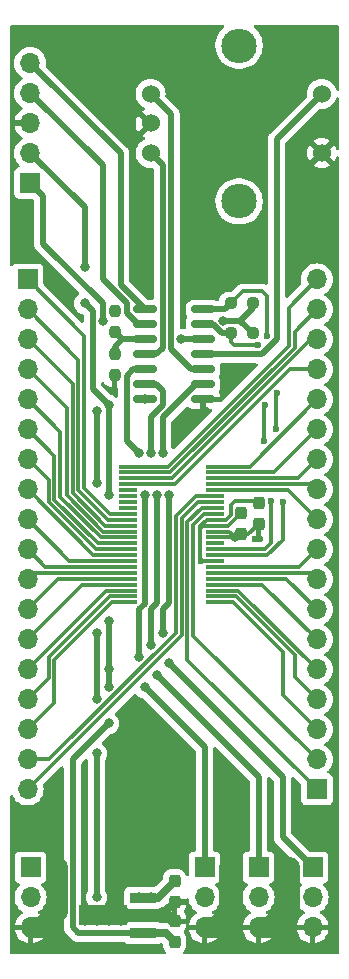
<source format=gbl>
%TF.GenerationSoftware,KiCad,Pcbnew,8.0.2*%
%TF.CreationDate,2024-09-16T20:09:15-04:00*%
%TF.ProjectId,servo_tester,73657276-6f5f-4746-9573-7465722e6b69,rev?*%
%TF.SameCoordinates,Original*%
%TF.FileFunction,Copper,L2,Bot*%
%TF.FilePolarity,Positive*%
%FSLAX46Y46*%
G04 Gerber Fmt 4.6, Leading zero omitted, Abs format (unit mm)*
G04 Created by KiCad (PCBNEW 8.0.2) date 2024-09-16 20:09:15*
%MOMM*%
%LPD*%
G01*
G04 APERTURE LIST*
G04 Aperture macros list*
%AMRoundRect*
0 Rectangle with rounded corners*
0 $1 Rounding radius*
0 $2 $3 $4 $5 $6 $7 $8 $9 X,Y pos of 4 corners*
0 Add a 4 corners polygon primitive as box body*
4,1,4,$2,$3,$4,$5,$6,$7,$8,$9,$2,$3,0*
0 Add four circle primitives for the rounded corners*
1,1,$1+$1,$2,$3*
1,1,$1+$1,$4,$5*
1,1,$1+$1,$6,$7*
1,1,$1+$1,$8,$9*
0 Add four rect primitives between the rounded corners*
20,1,$1+$1,$2,$3,$4,$5,0*
20,1,$1+$1,$4,$5,$6,$7,0*
20,1,$1+$1,$6,$7,$8,$9,0*
20,1,$1+$1,$8,$9,$2,$3,0*%
%AMFreePoly0*
4,1,9,5.362500,-0.866500,1.237500,-0.866500,1.237500,-0.450000,-1.237500,-0.450000,-1.237500,0.450000,1.237500,0.450000,1.237500,0.866500,5.362500,0.866500,5.362500,-0.866500,5.362500,-0.866500,$1*%
G04 Aperture macros list end*
%TA.AperFunction,ComponentPad*%
%ADD10R,1.700000X1.700000*%
%TD*%
%TA.AperFunction,ComponentPad*%
%ADD11O,1.700000X1.700000*%
%TD*%
%TA.AperFunction,ComponentPad*%
%ADD12C,1.524000*%
%TD*%
%TA.AperFunction,ComponentPad*%
%ADD13O,3.000000X2.900000*%
%TD*%
%TA.AperFunction,SMDPad,CuDef*%
%ADD14RoundRect,0.237500X-0.237500X0.300000X-0.237500X-0.300000X0.237500X-0.300000X0.237500X0.300000X0*%
%TD*%
%TA.AperFunction,SMDPad,CuDef*%
%ADD15RoundRect,0.150000X-0.825000X-0.150000X0.825000X-0.150000X0.825000X0.150000X-0.825000X0.150000X0*%
%TD*%
%TA.AperFunction,SMDPad,CuDef*%
%ADD16RoundRect,0.237500X-0.237500X0.250000X-0.237500X-0.250000X0.237500X-0.250000X0.237500X0.250000X0*%
%TD*%
%TA.AperFunction,SMDPad,CuDef*%
%ADD17RoundRect,0.237500X0.250000X0.237500X-0.250000X0.237500X-0.250000X-0.237500X0.250000X-0.237500X0*%
%TD*%
%TA.AperFunction,SMDPad,CuDef*%
%ADD18RoundRect,0.237500X0.237500X-0.300000X0.237500X0.300000X-0.237500X0.300000X-0.237500X-0.300000X0*%
%TD*%
%TA.AperFunction,SMDPad,CuDef*%
%ADD19R,2.300000X0.900000*%
%TD*%
%TA.AperFunction,SMDPad,CuDef*%
%ADD20FreePoly0,180.000000*%
%TD*%
%TA.AperFunction,SMDPad,CuDef*%
%ADD21RoundRect,0.072500X0.722500X0.072500X-0.722500X0.072500X-0.722500X-0.072500X0.722500X-0.072500X0*%
%TD*%
%TA.AperFunction,ViaPad*%
%ADD22C,0.800000*%
%TD*%
%TA.AperFunction,ViaPad*%
%ADD23C,0.600000*%
%TD*%
%TA.AperFunction,Conductor*%
%ADD24C,0.300000*%
%TD*%
%TA.AperFunction,Conductor*%
%ADD25C,0.650000*%
%TD*%
%TA.AperFunction,Conductor*%
%ADD26C,0.500000*%
%TD*%
%TA.AperFunction,Conductor*%
%ADD27C,1.800000*%
%TD*%
G04 APERTURE END LIST*
D10*
%TO.P,U4,1,1D/1E/1F/CA1*%
%TO.N,/22*%
X102362000Y-59436000D03*
D11*
%TO.P,U4,2,1L/1K/1J/1I*%
%TO.N,/21*%
X102362000Y-61976000D03*
%TO.P,U4,3,2D/2E/2F/CA2*%
%TO.N,/20*%
X102362000Y-64516000D03*
%TO.P,U4,4,2L/2K/2J/2I*%
%TO.N,/19*%
X102362000Y-67056000D03*
%TO.P,U4,5,3D/3E/3F/CA3*%
%TO.N,/18*%
X102362000Y-69596000D03*
%TO.P,U4,6,3L/3K/3J/3I*%
%TO.N,/17*%
X102362000Y-72136000D03*
%TO.P,U4,7,4D/4E/4F/CA4*%
%TO.N,/16*%
X102362000Y-74676000D03*
%TO.P,U4,8,4L/4K/4J/4I*%
%TO.N,/15*%
X102362000Y-77216000D03*
%TO.P,U4,9,5D/5E/5F/CA5*%
%TO.N,/14*%
X102362000Y-79756000D03*
%TO.P,U4,10,5L/5K/5J/5I*%
%TO.N,/13*%
X102362000Y-82296000D03*
%TO.P,U4,11,6D/6E/6F/CA6*%
%TO.N,/12*%
X102362000Y-84836000D03*
%TO.P,U4,12,6L/6K/6J/6I*%
%TO.N,/11*%
X102362000Y-87376000D03*
%TO.P,U4,13,7D/7E/7F/CA7*%
%TO.N,/10*%
X102362000Y-89916000D03*
%TO.P,U4,14,7L/7K/7J/7I*%
%TO.N,/9*%
X102362000Y-92456000D03*
%TO.P,U4,15,8D/8E/8F/CA8*%
%TO.N,/8*%
X102362000Y-94996000D03*
%TO.P,U4,16,8L/8K/8J/8I*%
%TO.N,/7*%
X102362000Y-97536000D03*
%TO.P,U4,17,COM0*%
%TO.N,/COM0*%
X102362000Y-100076000D03*
%TO.P,U4,18,COM1*%
%TO.N,/COM1*%
X102362000Y-102616000D03*
D10*
%TO.P,U4,19,COM2*%
%TO.N,/COM2*%
X126862000Y-102606000D03*
D11*
%TO.P,U4,20,COM3*%
%TO.N,/COM3*%
X126862000Y-100066000D03*
%TO.P,U4,21,DP8/8C/8B/8A*%
%TO.N,/6*%
X126862000Y-97526000D03*
%TO.P,U4,22,8M/8N/8G/8H*%
%TO.N,/5*%
X126862000Y-94986000D03*
%TO.P,U4,23,DP7/7C/7B/7A*%
%TO.N,/4*%
X126862000Y-92446000D03*
%TO.P,U4,24,7M/7N/7G/7H*%
%TO.N,/3*%
X126862000Y-89906000D03*
%TO.P,U4,25,DP6/6C/6B/6A*%
%TO.N,/2*%
X126862000Y-87366000D03*
%TO.P,U4,26,6M/6N/6G/6H*%
%TO.N,/1*%
X126862000Y-84826000D03*
%TO.P,U4,27,DP5/5C/5B/5A*%
%TO.N,/0*%
X126862000Y-82286000D03*
%TO.P,U4,28,5M/5N/5G/5H*%
%TO.N,/35*%
X126862000Y-79746000D03*
%TO.P,U4,29,DP4/4C/4B/4A*%
%TO.N,/34*%
X126862000Y-77206000D03*
%TO.P,U4,30,4M/4N/4G/4H*%
%TO.N,/33*%
X126862000Y-74666000D03*
%TO.P,U4,31,DP3/3C/3B/3A*%
%TO.N,/32*%
X126862000Y-72126000D03*
%TO.P,U4,32,3M/3N/3G/3H*%
%TO.N,/31*%
X126862000Y-69586000D03*
%TO.P,U4,33,DP1/2C/2B/2A*%
%TO.N,/27*%
X126862000Y-67046000D03*
%TO.P,U4,34,2M/2N/2G/2H*%
%TO.N,/28*%
X126862000Y-64506000D03*
%TO.P,U4,35,DP1/1C/1B/1A*%
%TO.N,/29*%
X126862000Y-61966000D03*
%TO.P,U4,36,1M/1N/1G/1H*%
%TO.N,/30*%
X126862000Y-59426000D03*
%TD*%
D10*
%TO.P,J3,1,Pin_1*%
%TO.N,unconnected-(J3-Pin_1-Pad1)*%
X102616000Y-109220000D03*
D11*
%TO.P,J3,2,Pin_2*%
%TO.N,VIN*%
X102616000Y-111760000D03*
%TO.P,J3,3,Pin_3*%
%TO.N,GND*%
X102616000Y-114300000D03*
%TD*%
D12*
%TO.P,SW1,A,A*%
%TO.N,/A*%
X112776000Y-43728000D03*
%TO.P,SW1,B,B*%
%TO.N,/B*%
X112776000Y-48728000D03*
%TO.P,SW1,C,C*%
%TO.N,GND*%
X112776000Y-46228000D03*
%TO.P,SW1,S1,S1*%
%TO.N,/SW*%
X127276000Y-43728000D03*
%TO.P,SW1,S2,S2*%
%TO.N,GND*%
X127276000Y-48728000D03*
D13*
%TO.P,SW1,SH*%
%TO.N,N/C*%
X120276000Y-39628000D03*
X120276000Y-52828000D03*
%TD*%
D10*
%TO.P,J2,1,Pin_1*%
%TO.N,/PWM2*%
X121920000Y-109220000D03*
D11*
%TO.P,J2,2,Pin_2*%
%TO.N,VIN*%
X121920000Y-111760000D03*
%TO.P,J2,3,Pin_3*%
%TO.N,GND*%
X121920000Y-114300000D03*
%TD*%
D10*
%TO.P,J5,1,Pin_1*%
%TO.N,/PWM3*%
X126492000Y-109220000D03*
D11*
%TO.P,J5,2,Pin_2*%
%TO.N,VIN*%
X126492000Y-111760000D03*
%TO.P,J5,3,Pin_3*%
%TO.N,GND*%
X126492000Y-114300000D03*
%TD*%
D10*
%TO.P,J4,1,Pin_1*%
%TO.N,/UPDI*%
X102591000Y-51278000D03*
D11*
%TO.P,J4,2,Pin_2*%
%TO.N,3V3*%
X102591000Y-48738000D03*
%TO.P,J4,3,Pin_3*%
%TO.N,GND*%
X102591000Y-46198000D03*
%TO.P,J4,4,Pin_4*%
%TO.N,/UART_RX*%
X102591000Y-43658000D03*
%TO.P,J4,5,Pin_5*%
%TO.N,/UART_TX*%
X102591000Y-41118000D03*
%TD*%
D10*
%TO.P,J1,1,Pin_1*%
%TO.N,/PWM1*%
X117348000Y-109220000D03*
D11*
%TO.P,J1,2,Pin_2*%
%TO.N,VIN*%
X117348000Y-111760000D03*
%TO.P,J1,3,Pin_3*%
%TO.N,GND*%
X117348000Y-114300000D03*
%TD*%
D14*
%TO.P,C1,1*%
%TO.N,VIN*%
X114808000Y-110389500D03*
%TO.P,C1,2*%
%TO.N,GND*%
X114808000Y-112114500D03*
%TD*%
%TO.P,C3,1*%
%TO.N,3V3*%
X120396000Y-79248000D03*
%TO.P,C3,2*%
%TO.N,GND*%
X120396000Y-80973000D03*
%TD*%
D15*
%TO.P,U1,1,VCC*%
%TO.N,3V3*%
X112268000Y-69596000D03*
%TO.P,U1,2,PA4*%
%TO.N,/PWM2*%
X112268000Y-68326000D03*
%TO.P,U1,3,PA5*%
%TO.N,/PWM1*%
X112268000Y-67056000D03*
%TO.P,U1,4,PA6*%
%TO.N,/B*%
X112268000Y-65786000D03*
%TO.P,U1,5,PA7*%
%TO.N,/VREAD*%
X112268000Y-64516000D03*
%TO.P,U1,6,PB3*%
%TO.N,/UART_RX*%
X112268000Y-63246000D03*
%TO.P,U1,7,PB2*%
%TO.N,/UART_TX*%
X112268000Y-61976000D03*
%TO.P,U1,8,PB1*%
%TO.N,/SDA*%
X117218000Y-61976000D03*
%TO.P,U1,9,PB0*%
%TO.N,/SCL*%
X117218000Y-63246000D03*
%TO.P,U1,10,~{RESET}/PA0*%
%TO.N,/UPDI*%
X117218000Y-64516000D03*
%TO.P,U1,11,PA1*%
%TO.N,/SW*%
X117218000Y-65786000D03*
%TO.P,U1,12,PA2*%
%TO.N,/A*%
X117218000Y-67056000D03*
%TO.P,U1,13,PA3*%
%TO.N,/PWM3*%
X117218000Y-68326000D03*
%TO.P,U1,14,GND*%
%TO.N,GND*%
X117218000Y-69596000D03*
%TD*%
D16*
%TO.P,R3,1*%
%TO.N,VIN*%
X109728000Y-62079500D03*
%TO.P,R3,2*%
%TO.N,/VREAD*%
X109728000Y-63904500D03*
%TD*%
%TO.P,R4,1*%
%TO.N,/VREAD*%
X109728000Y-65739000D03*
%TO.P,R4,2*%
%TO.N,GND*%
X109728000Y-67564000D03*
%TD*%
D17*
%TO.P,R2,1*%
%TO.N,3V3*%
X121412000Y-64008000D03*
%TO.P,R2,2*%
%TO.N,/SCL*%
X119587000Y-64008000D03*
%TD*%
%TO.P,R1,1*%
%TO.N,3V3*%
X121412000Y-61468000D03*
%TO.P,R1,2*%
%TO.N,/SDA*%
X119587000Y-61468000D03*
%TD*%
D18*
%TO.P,C2,1*%
%TO.N,3V3*%
X114808000Y-115517000D03*
%TO.P,C2,2*%
%TO.N,GND*%
X114808000Y-113792000D03*
%TD*%
D19*
%TO.P,U2,1,IN*%
%TO.N,VIN*%
X112178000Y-111784000D03*
D20*
%TO.P,U2,2,GND*%
%TO.N,GND*%
X112090500Y-113284000D03*
D19*
%TO.P,U2,3,OUT*%
%TO.N,3V3*%
X112178000Y-114784000D03*
%TD*%
D21*
%TO.P,U3,1,SEG31*%
%TO.N,/31*%
X118269000Y-75276000D03*
%TO.P,U3,2,SEG32*%
%TO.N,/32*%
X118269000Y-75776000D03*
%TO.P,U3,3,SEG33*%
%TO.N,/33*%
X118269000Y-76276000D03*
%TO.P,U3,4,SEG34*%
%TO.N,/34*%
X118269000Y-76776000D03*
%TO.P,U3,5,SEG35*%
%TO.N,/35*%
X118269000Y-77276000D03*
%TO.P,U3,6,COM0*%
%TO.N,/COM0*%
X118269000Y-77776000D03*
%TO.P,U3,7,COM1*%
%TO.N,/COM1*%
X118269000Y-78276000D03*
%TO.P,U3,8,COM2*%
%TO.N,/COM2*%
X118269000Y-78776000D03*
%TO.P,U3,9,COM3*%
%TO.N,/COM3*%
X118269000Y-79276000D03*
%TO.P,U3,10,VLCD*%
%TO.N,3V3*%
X118269000Y-79776000D03*
%TO.P,U3,11,VDD*%
X118269000Y-80276000D03*
%TO.P,U3,12,VSS*%
%TO.N,GND*%
X118269000Y-80776000D03*
%TO.P,U3,13,T1*%
X118269000Y-81276000D03*
%TO.P,U3,14,CLK*%
%TO.N,unconnected-(U3-CLK-Pad14)*%
X118269000Y-81776000D03*
%TO.P,U3,15,SCL*%
%TO.N,/SCL*%
X118269000Y-82276000D03*
%TO.P,U3,16,SDA*%
%TO.N,/SDA*%
X118269000Y-82776000D03*
%TO.P,U3,17,PORE*%
%TO.N,3V3*%
X118269000Y-83276000D03*
%TO.P,U3,18,SEG0*%
%TO.N,/0*%
X118269000Y-83776000D03*
%TO.P,U3,19,SEG1*%
%TO.N,/1*%
X118269000Y-84276000D03*
%TO.P,U3,20,SEG2*%
%TO.N,/2*%
X118269000Y-84776000D03*
%TO.P,U3,21,SEG3*%
%TO.N,/3*%
X118269000Y-85276000D03*
%TO.P,U3,22,SEG4*%
%TO.N,/4*%
X118269000Y-85776000D03*
%TO.P,U3,23,SEG5*%
%TO.N,/5*%
X118269000Y-86276000D03*
%TO.P,U3,24,SEG6*%
%TO.N,/6*%
X118269000Y-86776000D03*
%TO.P,U3,25,SEG7*%
%TO.N,/7*%
X110839000Y-86776000D03*
%TO.P,U3,26,SEG8*%
%TO.N,/8*%
X110839000Y-86276000D03*
%TO.P,U3,27,SEG9*%
%TO.N,/9*%
X110839000Y-85776000D03*
%TO.P,U3,28,SEG10*%
%TO.N,/10*%
X110839000Y-85276000D03*
%TO.P,U3,29,SEG11*%
%TO.N,/11*%
X110839000Y-84776000D03*
%TO.P,U3,30,SEG12*%
%TO.N,/12*%
X110839000Y-84276000D03*
%TO.P,U3,31,SEG13*%
%TO.N,/13*%
X110839000Y-83776000D03*
%TO.P,U3,32,SEG14*%
%TO.N,/14*%
X110839000Y-83276000D03*
%TO.P,U3,33,SEG15*%
%TO.N,/15*%
X110839000Y-82776000D03*
%TO.P,U3,34,SEG16*%
%TO.N,/16*%
X110839000Y-82276000D03*
%TO.P,U3,35,SEG17*%
%TO.N,/17*%
X110839000Y-81776000D03*
%TO.P,U3,36,SEG18*%
%TO.N,/18*%
X110839000Y-81276000D03*
%TO.P,U3,37,SEG19*%
%TO.N,/19*%
X110839000Y-80776000D03*
%TO.P,U3,38,SEG20*%
%TO.N,/20*%
X110839000Y-80276000D03*
%TO.P,U3,39,SEG21*%
%TO.N,/21*%
X110839000Y-79776000D03*
%TO.P,U3,40,SEG22*%
%TO.N,/22*%
X110839000Y-79276000D03*
%TO.P,U3,41,SEG23*%
%TO.N,unconnected-(U3-SEG23-Pad41)*%
X110839000Y-78776000D03*
%TO.P,U3,42,SEG24*%
%TO.N,unconnected-(U3-SEG24-Pad42)*%
X110839000Y-78276000D03*
%TO.P,U3,43,SEG25*%
%TO.N,unconnected-(U3-SEG25-Pad43)*%
X110839000Y-77776000D03*
%TO.P,U3,44,SEG26*%
%TO.N,unconnected-(U3-SEG26-Pad44)*%
X110839000Y-77276000D03*
%TO.P,U3,45,SEG27*%
%TO.N,/27*%
X110839000Y-76776000D03*
%TO.P,U3,46,SEG28*%
%TO.N,/28*%
X110839000Y-76276000D03*
%TO.P,U3,47,SEG29*%
%TO.N,/29*%
X110839000Y-75776000D03*
%TO.P,U3,48,SEG30*%
%TO.N,/30*%
X110839000Y-75276000D03*
%TD*%
D14*
%TO.P,C4,1*%
%TO.N,3V3*%
X121920000Y-78385500D03*
%TO.P,C4,2*%
%TO.N,GND*%
X121920000Y-80110500D03*
%TD*%
D22*
%TO.N,VIN*%
X108204000Y-94996000D03*
X112776000Y-111760000D03*
X108204000Y-76708000D03*
X108204000Y-70612000D03*
X111760000Y-111760000D03*
X108204000Y-99568000D03*
X109707154Y-62100346D03*
X108204000Y-111760000D03*
X108204000Y-89408000D03*
%TO.N,GND*%
X109728000Y-67564000D03*
X108204000Y-113792000D03*
X114808000Y-113792000D03*
X107188000Y-113792000D03*
X119380000Y-109220000D03*
X104822000Y-109220000D03*
X109220000Y-113792000D03*
X110744000Y-109220000D03*
X117348000Y-70612000D03*
X119888000Y-81280000D03*
X110236000Y-113792000D03*
X124460000Y-109220000D03*
%TO.N,3V3*%
X107188000Y-61468000D03*
X109220000Y-93980000D03*
X109220000Y-92456000D03*
X109220000Y-88392000D03*
X112268000Y-69596000D03*
X109220000Y-97028000D03*
X109220000Y-77724000D03*
X109220000Y-70104000D03*
X118925688Y-62938312D03*
D23*
X117049500Y-83312000D03*
D22*
X107188000Y-58420000D03*
%TO.N,/PWM1*%
X112268000Y-77724000D03*
X111760000Y-74168000D03*
X112268000Y-93980000D03*
X111760000Y-91440000D03*
%TO.N,/PWM2*%
X113284000Y-77724000D03*
X113284000Y-92964000D03*
X112776000Y-90424000D03*
X112776000Y-74168000D03*
%TO.N,/UPDI*%
X108712000Y-62992000D03*
X115341500Y-64516000D03*
%TO.N,/PWM3*%
X114300000Y-77724000D03*
X113792000Y-89408000D03*
X114300000Y-91948000D03*
X113792000Y-74168000D03*
D23*
%TO.N,/SDA*%
X122660023Y-64240023D03*
X123418734Y-72110734D03*
X123952000Y-78247266D03*
X123445043Y-69089043D03*
%TO.N,/SCL*%
X122402734Y-73126734D03*
X122429043Y-70105043D03*
X122936000Y-78232000D03*
X121898023Y-65002023D03*
%TD*%
D24*
%TO.N,3V3*%
X117000000Y-83262500D02*
X117049500Y-83312000D01*
X117000000Y-80500000D02*
X117000000Y-83262500D01*
X117000000Y-80500000D02*
X117224000Y-80276000D01*
X117224000Y-80276000D02*
X118269000Y-80276000D01*
X117571894Y-79776000D02*
X117000000Y-80347894D01*
X117000000Y-80347894D02*
X117000000Y-80500000D01*
X118269000Y-79776000D02*
X117571894Y-79776000D01*
D25*
%TO.N,VIN*%
X112178000Y-111784000D02*
X113413500Y-111784000D01*
X113413500Y-111784000D02*
X114808000Y-110389500D01*
D26*
X108204000Y-99568000D02*
X108204000Y-111760000D01*
X108204000Y-70612000D02*
X108204000Y-76708000D01*
X108204000Y-89408000D02*
X108204000Y-94996000D01*
D24*
%TO.N,GND*%
X119384000Y-80776000D02*
X118269000Y-80776000D01*
D25*
X112090500Y-113284000D02*
X113643500Y-113284000D01*
D27*
X104822000Y-112944000D02*
X104822000Y-109220000D01*
X122770000Y-114300000D02*
X124460000Y-112610000D01*
X119380000Y-109220000D02*
X119380000Y-113118000D01*
D26*
X117218000Y-70482000D02*
X117348000Y-70612000D01*
D27*
X124460000Y-112610000D02*
X124460000Y-109220000D01*
D24*
X120396000Y-81179500D02*
X120295500Y-81280000D01*
X120195000Y-80973000D02*
X120396000Y-80973000D01*
X119888000Y-81280000D02*
X120295500Y-81280000D01*
D27*
X121920000Y-114300000D02*
X122770000Y-114300000D01*
X119380000Y-113118000D02*
X118198000Y-114300000D01*
X103466000Y-114300000D02*
X104822000Y-112944000D01*
D24*
X118273000Y-81280000D02*
X118269000Y-81276000D01*
X120295500Y-81280000D02*
X118273000Y-81280000D01*
D27*
X102616000Y-114300000D02*
X103466000Y-114300000D01*
D24*
X119888000Y-81280000D02*
X119384000Y-80776000D01*
X120396000Y-80973000D02*
X120396000Y-81179500D01*
D25*
X113643500Y-113284000D02*
X114300000Y-113284000D01*
D24*
X121057500Y-80973000D02*
X120396000Y-80973000D01*
X119888000Y-81280000D02*
X120195000Y-80973000D01*
X121920000Y-80110500D02*
X121057500Y-80973000D01*
D25*
X112090500Y-113284000D02*
X110744000Y-113284000D01*
X109728000Y-112268000D02*
X109728000Y-110236000D01*
D26*
X117218000Y-69596000D02*
X117218000Y-70482000D01*
D25*
X113643500Y-113284000D02*
X114808000Y-112119500D01*
X109728000Y-110236000D02*
X110744000Y-109220000D01*
X114300000Y-113284000D02*
X114808000Y-113792000D01*
D27*
X118198000Y-114300000D02*
X117348000Y-114300000D01*
D25*
X110744000Y-113284000D02*
X109728000Y-112268000D01*
X114808000Y-112119500D02*
X114808000Y-112114500D01*
D26*
%TO.N,3V3*%
X107862000Y-68746000D02*
X107862000Y-62142000D01*
X118925688Y-62938312D02*
X120342312Y-62938312D01*
X107188000Y-53335000D02*
X102591000Y-48738000D01*
D24*
X117085500Y-83276000D02*
X117049500Y-83312000D01*
D25*
X112178000Y-114784000D02*
X114075000Y-114784000D01*
D24*
X118269000Y-83276000D02*
X117085500Y-83276000D01*
D26*
X106656000Y-114784000D02*
X112178000Y-114784000D01*
X121412000Y-61468000D02*
X121412000Y-61868624D01*
X109220000Y-97028000D02*
X106172000Y-100076000D01*
X120342312Y-62938312D02*
X121412000Y-64008000D01*
X106172000Y-114300000D02*
X106656000Y-114784000D01*
X106172000Y-100076000D02*
X106172000Y-114300000D01*
X109220000Y-70104000D02*
X109220000Y-77724000D01*
X107188000Y-58420000D02*
X107188000Y-53335000D01*
X107862000Y-62142000D02*
X107188000Y-61468000D01*
X121412000Y-61868624D02*
X120342312Y-62938312D01*
D25*
X114075000Y-114784000D02*
X114808000Y-115517000D01*
D26*
X109220000Y-88392000D02*
X109220000Y-93980000D01*
X109220000Y-70104000D02*
X107862000Y-68746000D01*
D24*
X118269000Y-80276000D02*
X119368000Y-80276000D01*
X119368000Y-80276000D02*
X120396000Y-79248000D01*
X119571000Y-78549000D02*
X119888000Y-78232000D01*
X119888000Y-78232000D02*
X121766500Y-78232000D01*
X118269000Y-79776000D02*
X119160894Y-79776000D01*
X119160894Y-79776000D02*
X119571000Y-79365894D01*
X119571000Y-79365894D02*
X119571000Y-78549000D01*
X121766500Y-78232000D02*
X121920000Y-78385500D01*
D26*
%TO.N,/PWM1*%
X110744000Y-73152000D02*
X110744000Y-67605000D01*
X117348000Y-99060000D02*
X117348000Y-109220000D01*
X111760000Y-87371000D02*
X111777928Y-87371000D01*
X111760000Y-91440000D02*
X111760000Y-87371000D01*
X112268000Y-93980000D02*
X117348000Y-99060000D01*
X111293000Y-67056000D02*
X112268000Y-67056000D01*
X111760000Y-74168000D02*
X110744000Y-73152000D01*
X112268000Y-86880928D02*
X112268000Y-77724000D01*
X111777928Y-87371000D02*
X112268000Y-86880928D01*
X110744000Y-67605000D02*
X111293000Y-67056000D01*
%TO.N,/PWM2*%
X113792000Y-70104000D02*
X113792000Y-68875000D01*
X121920000Y-101600000D02*
X121920000Y-109220000D01*
X112776000Y-90424000D02*
X112776000Y-87362878D01*
X112776000Y-74168000D02*
X112776000Y-71120000D01*
X113792000Y-68875000D02*
X113243000Y-68326000D01*
X113243000Y-68326000D02*
X112268000Y-68326000D01*
X113284000Y-92964000D02*
X121920000Y-101600000D01*
X113284000Y-86854878D02*
X113284000Y-77724000D01*
X112776000Y-71120000D02*
X113792000Y-70104000D01*
X112776000Y-87362878D02*
X113284000Y-86854878D01*
%TO.N,/UPDI*%
X117218000Y-64516000D02*
X115341500Y-64516000D01*
X108712000Y-61468000D02*
X103662000Y-56418000D01*
X108712000Y-62992000D02*
X108712000Y-61468000D01*
X103662000Y-56418000D02*
X103662000Y-52349000D01*
X103662000Y-52349000D02*
X102591000Y-51278000D01*
%TO.N,/UART_RX*%
X108712000Y-49779000D02*
X102591000Y-43658000D01*
X110744000Y-61441950D02*
X108712000Y-59409950D01*
X112268000Y-63246000D02*
X111714472Y-63246000D01*
X110744000Y-62275528D02*
X110744000Y-61441950D01*
X108712000Y-59409950D02*
X108712000Y-49779000D01*
X111714472Y-63246000D02*
X110744000Y-62275528D01*
%TO.N,/UART_TX*%
X110236000Y-59944000D02*
X110236000Y-48763000D01*
X112268000Y-61976000D02*
X110236000Y-59944000D01*
X110236000Y-48763000D02*
X102591000Y-41118000D01*
%TO.N,/PWM3*%
X113792000Y-74168000D02*
X113792000Y-71120000D01*
X113792000Y-71120000D02*
X116586000Y-68326000D01*
X123952000Y-106680000D02*
X126492000Y-109220000D01*
X113792000Y-87336827D02*
X113792000Y-89408000D01*
X114300000Y-77724000D02*
X114300000Y-86828827D01*
X116586000Y-68326000D02*
X117218000Y-68326000D01*
X114300000Y-86828827D02*
X113792000Y-87336827D01*
X123952000Y-101600000D02*
X123952000Y-106680000D01*
X114300000Y-91948000D02*
X123952000Y-101600000D01*
D24*
%TO.N,/SDA*%
X120603000Y-60452000D02*
X122237000Y-60452000D01*
X122237000Y-60452000D02*
X122660023Y-60875023D01*
X119587000Y-61468000D02*
X120603000Y-60452000D01*
X123418734Y-69115352D02*
X123445043Y-69089043D01*
X123952000Y-81479106D02*
X122655106Y-82776000D01*
X122655106Y-82776000D02*
X118269000Y-82776000D01*
X123952000Y-78247266D02*
X123952000Y-81479106D01*
X123418734Y-72110734D02*
X123418734Y-69115352D01*
D26*
X117218000Y-61976000D02*
X119079000Y-61976000D01*
D24*
X122660023Y-60875023D02*
X122660023Y-64240023D01*
D26*
X119079000Y-61976000D02*
X119587000Y-61468000D01*
D24*
%TO.N,/SCL*%
X122936000Y-78232000D02*
X122936000Y-81788000D01*
D26*
X119556000Y-64008000D02*
X118794000Y-64008000D01*
D24*
X122402734Y-73126734D02*
X122402734Y-70131352D01*
X122402734Y-70131352D02*
X122429043Y-70105043D01*
X122448000Y-82276000D02*
X118269000Y-82276000D01*
X119866023Y-65002023D02*
X121898023Y-65002023D01*
X119556000Y-64008000D02*
X119556000Y-64692000D01*
X122936000Y-81788000D02*
X122448000Y-82276000D01*
D26*
X118794000Y-64008000D02*
X118032000Y-63246000D01*
X118032000Y-63246000D02*
X117218000Y-63246000D01*
D24*
X119556000Y-64692000D02*
X119866023Y-65002023D01*
D26*
%TO.N,/VREAD*%
X110339500Y-64516000D02*
X112268000Y-64516000D01*
X109728000Y-63904500D02*
X110339500Y-64516000D01*
X109728000Y-65127500D02*
X109728000Y-65739000D01*
X110339500Y-64516000D02*
X109728000Y-65127500D01*
%TO.N,/A*%
X114492000Y-65305000D02*
X116243000Y-67056000D01*
X116243000Y-67056000D02*
X117218000Y-67056000D01*
X114492000Y-45444000D02*
X114492000Y-65305000D01*
X112776000Y-43728000D02*
X114492000Y-45444000D01*
%TO.N,/B*%
X113243000Y-65786000D02*
X112268000Y-65786000D01*
X113792000Y-65237000D02*
X113243000Y-65786000D01*
X113792000Y-49744000D02*
X113792000Y-65237000D01*
X112776000Y-48728000D02*
X113792000Y-49744000D01*
%TO.N,/SW*%
X122174000Y-65786000D02*
X117218000Y-65786000D01*
X127276000Y-43728000D02*
X123444000Y-47560000D01*
X123444000Y-64516000D02*
X122174000Y-65786000D01*
X123444000Y-47560000D02*
X123444000Y-64516000D01*
D24*
%TO.N,/COM0*%
X116588894Y-77776000D02*
X118269000Y-77776000D01*
X114900000Y-89370894D02*
X114900000Y-79464894D01*
X104194894Y-100076000D02*
X114900000Y-89370894D01*
X114900000Y-79464894D02*
X116588894Y-77776000D01*
X102362000Y-100076000D02*
X104194894Y-100076000D01*
%TO.N,/COM1*%
X115400000Y-79672000D02*
X116796000Y-78276000D01*
X115400000Y-89578000D02*
X115400000Y-79672000D01*
X102362000Y-102616000D02*
X115400000Y-89578000D01*
X116796000Y-78276000D02*
X118269000Y-78276000D01*
%TO.N,/COM2*%
X126862000Y-102606000D02*
X115900000Y-91644000D01*
X115900000Y-79988894D02*
X117112894Y-78776000D01*
X117112894Y-78776000D02*
X118269000Y-78776000D01*
X115900000Y-91644000D02*
X115900000Y-79988894D01*
%TO.N,/COM3*%
X116400000Y-89604000D02*
X116400000Y-80196000D01*
X126862000Y-100066000D02*
X116400000Y-89604000D01*
X116400000Y-80196000D02*
X117320000Y-79276000D01*
X117320000Y-79276000D02*
X118269000Y-79276000D01*
%TO.N,/22*%
X107172000Y-64246000D02*
X102362000Y-59436000D01*
X109371742Y-79276000D02*
X107172000Y-77076258D01*
X107172000Y-77076258D02*
X107172000Y-64246000D01*
X110839000Y-79276000D02*
X109371742Y-79276000D01*
%TO.N,/21*%
X109164636Y-79776000D02*
X110839000Y-79776000D01*
X106672000Y-77283364D02*
X109164636Y-79776000D01*
X106672000Y-66286000D02*
X106672000Y-77283364D01*
X102362000Y-61976000D02*
X106672000Y-66286000D01*
%TO.N,/20*%
X108957530Y-80276000D02*
X110839000Y-80276000D01*
X102362000Y-64516000D02*
X106172000Y-68326000D01*
X106172000Y-77490470D02*
X108957530Y-80276000D01*
X106172000Y-68326000D02*
X106172000Y-77490470D01*
%TO.N,/19*%
X105664000Y-70358000D02*
X105664000Y-77689576D01*
X105664000Y-77689576D02*
X108750424Y-80776000D01*
X108750424Y-80776000D02*
X110839000Y-80776000D01*
X102362000Y-67056000D02*
X105664000Y-70358000D01*
%TO.N,/18*%
X102362000Y-69596000D02*
X105140000Y-72374000D01*
X105140000Y-72374000D02*
X105140000Y-77872682D01*
X105140000Y-77872682D02*
X108543318Y-81276000D01*
X108543318Y-81276000D02*
X110839000Y-81276000D01*
%TO.N,/5*%
X119984894Y-86276000D02*
X118269000Y-86276000D01*
X126862000Y-94986000D02*
X124968000Y-93092000D01*
X124968000Y-91259106D02*
X119984894Y-86276000D01*
X124968000Y-93092000D02*
X124968000Y-91259106D01*
%TO.N,/4*%
X126862000Y-92446000D02*
X120192000Y-85776000D01*
X120192000Y-85776000D02*
X118269000Y-85776000D01*
%TO.N,/3*%
X122232000Y-85276000D02*
X118269000Y-85276000D01*
X126862000Y-89906000D02*
X122232000Y-85276000D01*
%TO.N,/2*%
X126862000Y-87366000D02*
X124272000Y-84776000D01*
X124272000Y-84776000D02*
X118269000Y-84776000D01*
%TO.N,/1*%
X126312000Y-84276000D02*
X118269000Y-84276000D01*
X126862000Y-84826000D02*
X126312000Y-84276000D01*
%TO.N,/30*%
X124460000Y-65034235D02*
X124460000Y-61828000D01*
X124460000Y-61828000D02*
X126862000Y-59426000D01*
X110839000Y-75276000D02*
X114218235Y-75276000D01*
X114218235Y-75276000D02*
X124460000Y-65034235D01*
%TO.N,/29*%
X124968000Y-65233341D02*
X124968000Y-63860000D01*
X110839000Y-75776000D02*
X114425341Y-75776000D01*
X114425341Y-75776000D02*
X124968000Y-65233341D01*
X124968000Y-63860000D02*
X126862000Y-61966000D01*
%TO.N,/28*%
X114632447Y-76276000D02*
X110839000Y-76276000D01*
X126862000Y-64506000D02*
X126402447Y-64506000D01*
X126402447Y-64506000D02*
X114632447Y-76276000D01*
%TO.N,/27*%
X126862000Y-67046000D02*
X124569553Y-67046000D01*
X114839553Y-76776000D02*
X110839000Y-76776000D01*
X124569553Y-67046000D02*
X114839553Y-76776000D01*
%TO.N,/17*%
X102362000Y-72136000D02*
X104640000Y-74414000D01*
X108336212Y-81776000D02*
X110839000Y-81776000D01*
X104640000Y-74414000D02*
X104640000Y-78079788D01*
X104640000Y-78079788D02*
X108336212Y-81776000D01*
%TO.N,/16*%
X108129106Y-82276000D02*
X110839000Y-82276000D01*
X102362000Y-74676000D02*
X104140000Y-76454000D01*
X104140000Y-76454000D02*
X104140000Y-78286894D01*
X104140000Y-78286894D02*
X108129106Y-82276000D01*
%TO.N,/15*%
X102362000Y-77216000D02*
X107922000Y-82776000D01*
X107922000Y-82776000D02*
X110839000Y-82776000D01*
%TO.N,/14*%
X102362000Y-79756000D02*
X105882000Y-83276000D01*
X105882000Y-83276000D02*
X110839000Y-83276000D01*
%TO.N,/13*%
X103842000Y-83776000D02*
X110839000Y-83776000D01*
X102362000Y-82296000D02*
X103842000Y-83776000D01*
%TO.N,/12*%
X102362000Y-84836000D02*
X102922000Y-84276000D01*
X102922000Y-84276000D02*
X110839000Y-84276000D01*
%TO.N,/11*%
X104962000Y-84776000D02*
X110839000Y-84776000D01*
X102362000Y-87376000D02*
X104962000Y-84776000D01*
%TO.N,/10*%
X107002000Y-85276000D02*
X110839000Y-85276000D01*
X102362000Y-89916000D02*
X107002000Y-85276000D01*
%TO.N,/9*%
X102362000Y-92456000D02*
X109042000Y-85776000D01*
X109042000Y-85776000D02*
X110839000Y-85776000D01*
%TO.N,/8*%
X104140000Y-93218000D02*
X104140000Y-91440000D01*
X102362000Y-94996000D02*
X104140000Y-93218000D01*
X104140000Y-91440000D02*
X109304000Y-86276000D01*
X109304000Y-86276000D02*
X110839000Y-86276000D01*
%TO.N,/7*%
X104640000Y-91647106D02*
X109511106Y-86776000D01*
X102362000Y-97536000D02*
X104640000Y-95258000D01*
X104640000Y-95258000D02*
X104640000Y-91647106D01*
X109511106Y-86776000D02*
X110839000Y-86776000D01*
%TO.N,/6*%
X119777788Y-86776000D02*
X118269000Y-86776000D01*
X123952000Y-94616000D02*
X123952000Y-90950212D01*
X123952000Y-90950212D02*
X119777788Y-86776000D01*
X126862000Y-97526000D02*
X123952000Y-94616000D01*
%TO.N,/0*%
X125372000Y-83776000D02*
X118269000Y-83776000D01*
X126862000Y-82286000D02*
X125372000Y-83776000D01*
%TO.N,/35*%
X126862000Y-79746000D02*
X124392000Y-77276000D01*
X124392000Y-77276000D02*
X118269000Y-77276000D01*
%TO.N,/34*%
X126862000Y-77206000D02*
X126432000Y-76776000D01*
X126432000Y-76776000D02*
X118269000Y-76776000D01*
%TO.N,/33*%
X126862000Y-74666000D02*
X125252000Y-76276000D01*
X125252000Y-76276000D02*
X118269000Y-76276000D01*
%TO.N,/32*%
X123212000Y-75776000D02*
X118269000Y-75776000D01*
X126862000Y-72126000D02*
X123212000Y-75776000D01*
%TO.N,/31*%
X121172000Y-75276000D02*
X118269000Y-75276000D01*
X126862000Y-69586000D02*
X121172000Y-75276000D01*
%TD*%
%TA.AperFunction,Conductor*%
%TO.N,GND*%
G36*
X105340834Y-100659625D02*
G01*
X105396767Y-100701497D01*
X105421184Y-100766961D01*
X105421500Y-100775807D01*
X105421500Y-114373918D01*
X105421500Y-114373920D01*
X105421499Y-114373920D01*
X105450340Y-114518907D01*
X105450343Y-114518917D01*
X105506912Y-114655488D01*
X105506920Y-114655503D01*
X105538452Y-114702692D01*
X105538453Y-114702695D01*
X105538454Y-114702695D01*
X105579076Y-114763492D01*
X105589051Y-114778420D01*
X105589052Y-114778421D01*
X106177580Y-115366948D01*
X106177584Y-115366951D01*
X106300498Y-115449080D01*
X106300511Y-115449087D01*
X106437082Y-115505656D01*
X106437087Y-115505658D01*
X106437091Y-115505658D01*
X106437092Y-115505659D01*
X106582079Y-115534500D01*
X106582082Y-115534500D01*
X106729917Y-115534500D01*
X110565680Y-115534500D01*
X110632719Y-115554185D01*
X110664948Y-115584191D01*
X110670454Y-115591546D01*
X110670457Y-115591548D01*
X110785664Y-115677793D01*
X110785671Y-115677797D01*
X110920517Y-115728091D01*
X110920516Y-115728091D01*
X110927444Y-115728835D01*
X110980127Y-115734500D01*
X113375872Y-115734499D01*
X113435483Y-115728091D01*
X113570331Y-115677796D01*
X113616440Y-115643278D01*
X113681901Y-115618861D01*
X113750174Y-115633711D01*
X113778431Y-115654864D01*
X113796181Y-115672614D01*
X113829666Y-115733937D01*
X113832500Y-115760294D01*
X113832500Y-115866168D01*
X113832501Y-115866187D01*
X113842825Y-115967252D01*
X113897092Y-116131015D01*
X113897093Y-116131018D01*
X113987661Y-116277851D01*
X114037629Y-116327819D01*
X114071114Y-116389142D01*
X114066130Y-116458834D01*
X114024258Y-116514767D01*
X113958794Y-116539184D01*
X113949948Y-116539500D01*
X101008500Y-116539500D01*
X100941461Y-116519815D01*
X100895706Y-116467011D01*
X100884500Y-116415500D01*
X100884500Y-111759999D01*
X101260341Y-111759999D01*
X101260341Y-111760000D01*
X101280936Y-111995403D01*
X101280938Y-111995413D01*
X101342094Y-112223655D01*
X101342096Y-112223659D01*
X101342097Y-112223663D01*
X101374063Y-112292214D01*
X101441965Y-112437830D01*
X101441967Y-112437834D01*
X101530767Y-112564652D01*
X101577505Y-112631401D01*
X101744599Y-112798495D01*
X101862692Y-112881185D01*
X101930594Y-112928730D01*
X101974219Y-112983307D01*
X101981413Y-113052805D01*
X101949890Y-113115160D01*
X101930595Y-113131880D01*
X101744922Y-113261890D01*
X101744920Y-113261891D01*
X101577891Y-113428920D01*
X101577886Y-113428926D01*
X101442400Y-113622420D01*
X101442399Y-113622422D01*
X101342570Y-113836507D01*
X101342567Y-113836513D01*
X101285364Y-114049999D01*
X101285364Y-114050000D01*
X102182988Y-114050000D01*
X102150075Y-114107007D01*
X102116000Y-114234174D01*
X102116000Y-114365826D01*
X102150075Y-114492993D01*
X102182988Y-114550000D01*
X101285364Y-114550000D01*
X101342567Y-114763486D01*
X101342570Y-114763492D01*
X101442399Y-114977578D01*
X101577894Y-115171082D01*
X101744917Y-115338105D01*
X101938421Y-115473600D01*
X102152507Y-115573429D01*
X102152516Y-115573433D01*
X102366000Y-115630634D01*
X102366000Y-114733012D01*
X102423007Y-114765925D01*
X102550174Y-114800000D01*
X102681826Y-114800000D01*
X102808993Y-114765925D01*
X102866000Y-114733012D01*
X102866000Y-115630633D01*
X103079483Y-115573433D01*
X103079492Y-115573429D01*
X103293578Y-115473600D01*
X103487082Y-115338105D01*
X103654105Y-115171082D01*
X103789600Y-114977578D01*
X103889429Y-114763492D01*
X103889432Y-114763486D01*
X103946636Y-114550000D01*
X103049012Y-114550000D01*
X103081925Y-114492993D01*
X103116000Y-114365826D01*
X103116000Y-114234174D01*
X103081925Y-114107007D01*
X103049012Y-114050000D01*
X103946636Y-114050000D01*
X103946635Y-114049999D01*
X103889432Y-113836513D01*
X103889429Y-113836507D01*
X103789600Y-113622422D01*
X103789599Y-113622420D01*
X103654113Y-113428926D01*
X103654108Y-113428920D01*
X103487078Y-113261890D01*
X103301405Y-113131879D01*
X103257780Y-113077302D01*
X103250588Y-113007804D01*
X103282110Y-112945449D01*
X103301406Y-112928730D01*
X103487401Y-112798495D01*
X103654495Y-112631401D01*
X103790035Y-112437830D01*
X103889903Y-112223663D01*
X103951063Y-111995408D01*
X103971659Y-111760000D01*
X103967858Y-111716561D01*
X103951063Y-111524596D01*
X103951063Y-111524592D01*
X103889903Y-111296337D01*
X103790035Y-111082171D01*
X103734960Y-111003516D01*
X103654496Y-110888600D01*
X103596562Y-110830666D01*
X103532567Y-110766671D01*
X103499084Y-110705351D01*
X103504068Y-110635659D01*
X103545939Y-110579725D01*
X103576915Y-110562810D01*
X103708331Y-110513796D01*
X103823546Y-110427546D01*
X103909796Y-110312331D01*
X103960091Y-110177483D01*
X103966500Y-110117873D01*
X103966499Y-108322128D01*
X103960091Y-108262517D01*
X103909796Y-108127669D01*
X103909795Y-108127668D01*
X103909793Y-108127664D01*
X103823547Y-108012455D01*
X103823544Y-108012452D01*
X103708335Y-107926206D01*
X103708328Y-107926202D01*
X103573482Y-107875908D01*
X103573483Y-107875908D01*
X103513883Y-107869501D01*
X103513881Y-107869500D01*
X103513873Y-107869500D01*
X103513864Y-107869500D01*
X101718129Y-107869500D01*
X101718123Y-107869501D01*
X101658516Y-107875908D01*
X101523671Y-107926202D01*
X101523664Y-107926206D01*
X101408455Y-108012452D01*
X101408452Y-108012455D01*
X101322206Y-108127664D01*
X101322202Y-108127671D01*
X101271908Y-108262517D01*
X101265501Y-108322116D01*
X101265501Y-108322123D01*
X101265500Y-108322135D01*
X101265500Y-110117870D01*
X101265501Y-110117876D01*
X101271908Y-110177483D01*
X101322202Y-110312328D01*
X101322206Y-110312335D01*
X101408452Y-110427544D01*
X101408455Y-110427547D01*
X101523664Y-110513793D01*
X101523671Y-110513797D01*
X101655081Y-110562810D01*
X101711015Y-110604681D01*
X101735432Y-110670145D01*
X101720580Y-110738418D01*
X101699430Y-110766673D01*
X101577503Y-110888600D01*
X101441965Y-111082169D01*
X101441964Y-111082171D01*
X101342098Y-111296335D01*
X101342094Y-111296344D01*
X101280938Y-111524586D01*
X101280936Y-111524596D01*
X101260341Y-111759999D01*
X100884500Y-111759999D01*
X100884500Y-103202374D01*
X100904185Y-103135335D01*
X100956989Y-103089580D01*
X101026147Y-103079636D01*
X101089703Y-103108661D01*
X101120880Y-103149966D01*
X101187965Y-103293830D01*
X101187967Y-103293834D01*
X101296281Y-103448521D01*
X101323505Y-103487401D01*
X101490599Y-103654495D01*
X101553199Y-103698328D01*
X101684165Y-103790032D01*
X101684167Y-103790033D01*
X101684170Y-103790035D01*
X101898337Y-103889903D01*
X101898343Y-103889904D01*
X101898344Y-103889905D01*
X101935262Y-103899797D01*
X102126592Y-103951063D01*
X102314918Y-103967539D01*
X102361999Y-103971659D01*
X102362000Y-103971659D01*
X102362001Y-103971659D01*
X102401234Y-103968226D01*
X102597408Y-103951063D01*
X102825663Y-103889903D01*
X103039830Y-103790035D01*
X103233401Y-103654495D01*
X103400495Y-103487401D01*
X103536035Y-103293830D01*
X103635903Y-103079663D01*
X103697063Y-102851408D01*
X103717659Y-102616000D01*
X103697063Y-102380592D01*
X103677614Y-102308007D01*
X103679277Y-102238162D01*
X103709706Y-102188238D01*
X105209820Y-100688124D01*
X105271142Y-100654641D01*
X105340834Y-100659625D01*
G37*
%TD.AperFunction*%
%TA.AperFunction,Conductor*%
G36*
X128656313Y-44001814D02*
G01*
X128710191Y-44046299D01*
X128731465Y-44112851D01*
X128731500Y-44115802D01*
X128731500Y-48342131D01*
X128711815Y-48409170D01*
X128659011Y-48454925D01*
X128589853Y-48464869D01*
X128526297Y-48435844D01*
X128488523Y-48377066D01*
X128487725Y-48374225D01*
X128466423Y-48294727D01*
X128466420Y-48294720D01*
X128373096Y-48094586D01*
X128327741Y-48029811D01*
X128327740Y-48029810D01*
X127758962Y-48598589D01*
X127741925Y-48535007D01*
X127676099Y-48420993D01*
X127583007Y-48327901D01*
X127468993Y-48262075D01*
X127405410Y-48245037D01*
X127974188Y-47676259D01*
X127974187Y-47676258D01*
X127909411Y-47630901D01*
X127909405Y-47630898D01*
X127709284Y-47537580D01*
X127709270Y-47537575D01*
X127495986Y-47480426D01*
X127495976Y-47480424D01*
X127276001Y-47461179D01*
X127275999Y-47461179D01*
X127056023Y-47480424D01*
X127056013Y-47480426D01*
X126842729Y-47537575D01*
X126842720Y-47537579D01*
X126642590Y-47630901D01*
X126577811Y-47676258D01*
X127146590Y-48245037D01*
X127083007Y-48262075D01*
X126968993Y-48327901D01*
X126875901Y-48420993D01*
X126810075Y-48535007D01*
X126793037Y-48598590D01*
X126224258Y-48029811D01*
X126178901Y-48094590D01*
X126085579Y-48294720D01*
X126085575Y-48294729D01*
X126028426Y-48508013D01*
X126028424Y-48508023D01*
X126009179Y-48727999D01*
X126009179Y-48728000D01*
X126028424Y-48947976D01*
X126028426Y-48947986D01*
X126085575Y-49161270D01*
X126085580Y-49161284D01*
X126178898Y-49361405D01*
X126178901Y-49361411D01*
X126224258Y-49426187D01*
X126224259Y-49426188D01*
X126793037Y-48857409D01*
X126810075Y-48920993D01*
X126875901Y-49035007D01*
X126968993Y-49128099D01*
X127083007Y-49193925D01*
X127146590Y-49210962D01*
X126577810Y-49779740D01*
X126642590Y-49825099D01*
X126642592Y-49825100D01*
X126842715Y-49918419D01*
X126842729Y-49918424D01*
X127056013Y-49975573D01*
X127056023Y-49975575D01*
X127275999Y-49994821D01*
X127276001Y-49994821D01*
X127495976Y-49975575D01*
X127495986Y-49975573D01*
X127709270Y-49918424D01*
X127709284Y-49918419D01*
X127909407Y-49825100D01*
X127909417Y-49825094D01*
X127974188Y-49779741D01*
X127405410Y-49210962D01*
X127468993Y-49193925D01*
X127583007Y-49128099D01*
X127676099Y-49035007D01*
X127741925Y-48920993D01*
X127758962Y-48857409D01*
X128327741Y-49426188D01*
X128373094Y-49361417D01*
X128373100Y-49361407D01*
X128466419Y-49161284D01*
X128466424Y-49161270D01*
X128487725Y-49081775D01*
X128524090Y-49022114D01*
X128586937Y-48991585D01*
X128656312Y-48999880D01*
X128710190Y-49044365D01*
X128731465Y-49110917D01*
X128731500Y-49113868D01*
X128731500Y-116415500D01*
X128711815Y-116482539D01*
X128659011Y-116528294D01*
X128607500Y-116539500D01*
X115666052Y-116539500D01*
X115599013Y-116519815D01*
X115553258Y-116467011D01*
X115543314Y-116397853D01*
X115572339Y-116334297D01*
X115578371Y-116327819D01*
X115628340Y-116277850D01*
X115718908Y-116131016D01*
X115773174Y-115967253D01*
X115783500Y-115866177D01*
X115783499Y-115167824D01*
X115773174Y-115066747D01*
X115718908Y-114902984D01*
X115628340Y-114756150D01*
X115614017Y-114741827D01*
X115580532Y-114680504D01*
X115585516Y-114610812D01*
X115614021Y-114566460D01*
X115627947Y-114552535D01*
X115718448Y-114405811D01*
X115718453Y-114405800D01*
X115772680Y-114242152D01*
X115782999Y-114141154D01*
X115783000Y-114141141D01*
X115783000Y-114109863D01*
X115798403Y-114057403D01*
X115783000Y-114042000D01*
X114465453Y-114042000D01*
X114418001Y-114032561D01*
X114315793Y-113990225D01*
X114315783Y-113990222D01*
X114156307Y-113958500D01*
X114156305Y-113958500D01*
X113702835Y-113958500D01*
X113635796Y-113938815D01*
X113628524Y-113933767D01*
X113570331Y-113890204D01*
X113570328Y-113890202D01*
X113435482Y-113839908D01*
X113435483Y-113839908D01*
X113375883Y-113833501D01*
X113375881Y-113833500D01*
X113375873Y-113833500D01*
X113375864Y-113833500D01*
X110980129Y-113833500D01*
X110980123Y-113833501D01*
X110920516Y-113839908D01*
X110785671Y-113890202D01*
X110785664Y-113890206D01*
X110670457Y-113976451D01*
X110670451Y-113976457D01*
X110664948Y-113983809D01*
X110609015Y-114025681D01*
X110565680Y-114033500D01*
X107046500Y-114033500D01*
X106979461Y-114013815D01*
X106933706Y-113961011D01*
X106922500Y-113909500D01*
X106922500Y-100438229D01*
X106942185Y-100371190D01*
X106958815Y-100350552D01*
X107241819Y-100067547D01*
X107303142Y-100034063D01*
X107372834Y-100039047D01*
X107428767Y-100080919D01*
X107453184Y-100146383D01*
X107453500Y-100155229D01*
X107453500Y-111225677D01*
X107436887Y-111287677D01*
X107376821Y-111391714D01*
X107333645Y-111524596D01*
X107318326Y-111571744D01*
X107298540Y-111760000D01*
X107318326Y-111948256D01*
X107318327Y-111948259D01*
X107376818Y-112128277D01*
X107376821Y-112128284D01*
X107471467Y-112292216D01*
X107536552Y-112364500D01*
X107598129Y-112432888D01*
X107751265Y-112544148D01*
X107751270Y-112544151D01*
X107924192Y-112621142D01*
X107924197Y-112621144D01*
X108109354Y-112660500D01*
X108109355Y-112660500D01*
X108298644Y-112660500D01*
X108298646Y-112660500D01*
X108483803Y-112621144D01*
X108656730Y-112544151D01*
X108809871Y-112432888D01*
X108936533Y-112292216D01*
X109031179Y-112128284D01*
X109089674Y-111948256D01*
X109109460Y-111760000D01*
X109089674Y-111571744D01*
X109031179Y-111391716D01*
X109009384Y-111353965D01*
X108971113Y-111287677D01*
X108954500Y-111225677D01*
X108954500Y-100102321D01*
X108971113Y-100040321D01*
X108974726Y-100034063D01*
X109031179Y-99936284D01*
X109089674Y-99756256D01*
X109109460Y-99568000D01*
X109089674Y-99379744D01*
X109031179Y-99199716D01*
X108936533Y-99035784D01*
X108809871Y-98895112D01*
X108735512Y-98841087D01*
X108698190Y-98813971D01*
X108655524Y-98758641D01*
X108649545Y-98689028D01*
X108682151Y-98627233D01*
X108683324Y-98626042D01*
X109372771Y-97936595D01*
X109434092Y-97903112D01*
X109434448Y-97903034D01*
X109499803Y-97889144D01*
X109672730Y-97812151D01*
X109825871Y-97700888D01*
X109952533Y-97560216D01*
X110047179Y-97396284D01*
X110105674Y-97216256D01*
X110125460Y-97028000D01*
X110105674Y-96839744D01*
X110047179Y-96659716D01*
X109952533Y-96495784D01*
X109837093Y-96367575D01*
X109825873Y-96355114D01*
X109825872Y-96355113D01*
X109825871Y-96355112D01*
X109779391Y-96321342D01*
X109736728Y-96266016D01*
X109730749Y-96196403D01*
X109763354Y-96134608D01*
X109764528Y-96133416D01*
X111372127Y-94525817D01*
X111433448Y-94492334D01*
X111503140Y-94497318D01*
X111551954Y-94530526D01*
X111639462Y-94627714D01*
X111662129Y-94652888D01*
X111815265Y-94764148D01*
X111815270Y-94764151D01*
X111988191Y-94841142D01*
X111988193Y-94841142D01*
X111988197Y-94841144D01*
X112053329Y-94854987D01*
X112114809Y-94888178D01*
X112115228Y-94888596D01*
X116561181Y-99334549D01*
X116594666Y-99395872D01*
X116597500Y-99422230D01*
X116597500Y-107745500D01*
X116577815Y-107812539D01*
X116525011Y-107858294D01*
X116473505Y-107869500D01*
X116450132Y-107869500D01*
X116450123Y-107869501D01*
X116390516Y-107875908D01*
X116255671Y-107926202D01*
X116255664Y-107926206D01*
X116140455Y-108012452D01*
X116140452Y-108012455D01*
X116054206Y-108127664D01*
X116054202Y-108127671D01*
X116003908Y-108262517D01*
X115997501Y-108322116D01*
X115997501Y-108322123D01*
X115997500Y-108322135D01*
X115997500Y-109847796D01*
X115977815Y-109914835D01*
X115925011Y-109960590D01*
X115855853Y-109970534D01*
X115792297Y-109941509D01*
X115755795Y-109886802D01*
X115718908Y-109775484D01*
X115628340Y-109628650D01*
X115506350Y-109506660D01*
X115359516Y-109416092D01*
X115195753Y-109361826D01*
X115195751Y-109361825D01*
X115094678Y-109351500D01*
X114521330Y-109351500D01*
X114521312Y-109351501D01*
X114420247Y-109361825D01*
X114256484Y-109416092D01*
X114256481Y-109416093D01*
X114109648Y-109506661D01*
X113987661Y-109628648D01*
X113897093Y-109775481D01*
X113897092Y-109775484D01*
X113842826Y-109939247D01*
X113842826Y-109939248D01*
X113842825Y-109939248D01*
X113832500Y-110040315D01*
X113832500Y-110146204D01*
X113812815Y-110213243D01*
X113796181Y-110233885D01*
X113232884Y-110797181D01*
X113171561Y-110830666D01*
X113145203Y-110833500D01*
X110980129Y-110833500D01*
X110980123Y-110833501D01*
X110920516Y-110839908D01*
X110785671Y-110890202D01*
X110785664Y-110890206D01*
X110670455Y-110976452D01*
X110670452Y-110976455D01*
X110584206Y-111091664D01*
X110584202Y-111091671D01*
X110533908Y-111226517D01*
X110527501Y-111286116D01*
X110527500Y-111286135D01*
X110527500Y-112281870D01*
X110527501Y-112281876D01*
X110533908Y-112341483D01*
X110584202Y-112476328D01*
X110584206Y-112476335D01*
X110670452Y-112591544D01*
X110670455Y-112591547D01*
X110785664Y-112677793D01*
X110785671Y-112677797D01*
X110920517Y-112728091D01*
X110920516Y-112728091D01*
X110922563Y-112728311D01*
X110980127Y-112734500D01*
X113375872Y-112734499D01*
X113435483Y-112728091D01*
X113570331Y-112677796D01*
X113681250Y-112594761D01*
X113746711Y-112570345D01*
X113814984Y-112585196D01*
X113864390Y-112634601D01*
X113873265Y-112655024D01*
X113897547Y-112728302D01*
X113897551Y-112728311D01*
X113988056Y-112875041D01*
X113989088Y-112876346D01*
X113989516Y-112877408D01*
X113991846Y-112881185D01*
X113991200Y-112881583D01*
X114015225Y-112941143D01*
X114002180Y-113009784D01*
X113989088Y-113030154D01*
X113988056Y-113031458D01*
X113897551Y-113178188D01*
X113897546Y-113178199D01*
X113843319Y-113341847D01*
X113833000Y-113442845D01*
X113833000Y-113542000D01*
X114558000Y-113542000D01*
X115058000Y-113542000D01*
X115782999Y-113542000D01*
X115782999Y-113442860D01*
X115782998Y-113442845D01*
X115772680Y-113341847D01*
X115718453Y-113178199D01*
X115718448Y-113178188D01*
X115627950Y-113031469D01*
X115626917Y-113030163D01*
X115626487Y-113029097D01*
X115624154Y-113025315D01*
X115624800Y-113024916D01*
X115600776Y-112965368D01*
X115613814Y-112896726D01*
X115626917Y-112876337D01*
X115627950Y-112875030D01*
X115718448Y-112728311D01*
X115718453Y-112728300D01*
X115772680Y-112564652D01*
X115782999Y-112463654D01*
X115783000Y-112463641D01*
X115783000Y-112364500D01*
X115058000Y-112364500D01*
X115058000Y-113542000D01*
X114558000Y-113542000D01*
X114558000Y-111988500D01*
X114577685Y-111921461D01*
X114630489Y-111875706D01*
X114682000Y-111864500D01*
X115782998Y-111864500D01*
X115795873Y-111851625D01*
X115857196Y-111818139D01*
X115926887Y-111823123D01*
X115982821Y-111864994D01*
X116007083Y-111928497D01*
X116012936Y-111995403D01*
X116012938Y-111995413D01*
X116074094Y-112223655D01*
X116074096Y-112223659D01*
X116074097Y-112223663D01*
X116106063Y-112292214D01*
X116173965Y-112437830D01*
X116173967Y-112437834D01*
X116262767Y-112564652D01*
X116309505Y-112631401D01*
X116476599Y-112798495D01*
X116594692Y-112881185D01*
X116662594Y-112928730D01*
X116706219Y-112983307D01*
X116713413Y-113052805D01*
X116681890Y-113115160D01*
X116662595Y-113131880D01*
X116476922Y-113261890D01*
X116476920Y-113261891D01*
X116309891Y-113428920D01*
X116309886Y-113428926D01*
X116174400Y-113622420D01*
X116174399Y-113622422D01*
X116074570Y-113836507D01*
X116074567Y-113836514D01*
X116025115Y-114021072D01*
X116011856Y-114042823D01*
X116017364Y-114050000D01*
X116914988Y-114050000D01*
X116882075Y-114107007D01*
X116848000Y-114234174D01*
X116848000Y-114365826D01*
X116882075Y-114492993D01*
X116914988Y-114550000D01*
X116017364Y-114550000D01*
X116074567Y-114763486D01*
X116074570Y-114763492D01*
X116174399Y-114977578D01*
X116309894Y-115171082D01*
X116476917Y-115338105D01*
X116670421Y-115473600D01*
X116884507Y-115573429D01*
X116884516Y-115573433D01*
X117098000Y-115630634D01*
X117098000Y-114733012D01*
X117155007Y-114765925D01*
X117282174Y-114800000D01*
X117413826Y-114800000D01*
X117540993Y-114765925D01*
X117598000Y-114733012D01*
X117598000Y-115630633D01*
X117811483Y-115573433D01*
X117811492Y-115573429D01*
X118025578Y-115473600D01*
X118219082Y-115338105D01*
X118386105Y-115171082D01*
X118521600Y-114977578D01*
X118621429Y-114763492D01*
X118621432Y-114763486D01*
X118678636Y-114550000D01*
X117781012Y-114550000D01*
X117813925Y-114492993D01*
X117848000Y-114365826D01*
X117848000Y-114234174D01*
X117813925Y-114107007D01*
X117781012Y-114050000D01*
X118678636Y-114050000D01*
X118678635Y-114049999D01*
X118621432Y-113836513D01*
X118621429Y-113836507D01*
X118521600Y-113622422D01*
X118521599Y-113622420D01*
X118386113Y-113428926D01*
X118386108Y-113428920D01*
X118219078Y-113261890D01*
X118033405Y-113131879D01*
X117989780Y-113077302D01*
X117982588Y-113007804D01*
X118014110Y-112945449D01*
X118033406Y-112928730D01*
X118219401Y-112798495D01*
X118386495Y-112631401D01*
X118522035Y-112437830D01*
X118621903Y-112223663D01*
X118683063Y-111995408D01*
X118703659Y-111760000D01*
X118699858Y-111716561D01*
X118683063Y-111524596D01*
X118683063Y-111524592D01*
X118621903Y-111296337D01*
X118522035Y-111082171D01*
X118466960Y-111003516D01*
X118386496Y-110888600D01*
X118328562Y-110830666D01*
X118264567Y-110766671D01*
X118231084Y-110705351D01*
X118236068Y-110635659D01*
X118277939Y-110579725D01*
X118308915Y-110562810D01*
X118440331Y-110513796D01*
X118555546Y-110427546D01*
X118641796Y-110312331D01*
X118692091Y-110177483D01*
X118698500Y-110117873D01*
X118698499Y-108322128D01*
X118692091Y-108262517D01*
X118641796Y-108127669D01*
X118641795Y-108127668D01*
X118641793Y-108127664D01*
X118555547Y-108012455D01*
X118555544Y-108012452D01*
X118440335Y-107926206D01*
X118440328Y-107926202D01*
X118305482Y-107875908D01*
X118305483Y-107875908D01*
X118245883Y-107869501D01*
X118245881Y-107869500D01*
X118245873Y-107869500D01*
X118245865Y-107869500D01*
X118222500Y-107869500D01*
X118155461Y-107849815D01*
X118109706Y-107797011D01*
X118098500Y-107745500D01*
X118098500Y-99139229D01*
X118118185Y-99072190D01*
X118170989Y-99026435D01*
X118240147Y-99016491D01*
X118303703Y-99045516D01*
X118310181Y-99051548D01*
X121133181Y-101874548D01*
X121166666Y-101935871D01*
X121169500Y-101962229D01*
X121169500Y-107745500D01*
X121149815Y-107812539D01*
X121097011Y-107858294D01*
X121045505Y-107869500D01*
X121022132Y-107869500D01*
X121022123Y-107869501D01*
X120962516Y-107875908D01*
X120827671Y-107926202D01*
X120827664Y-107926206D01*
X120712455Y-108012452D01*
X120712452Y-108012455D01*
X120626206Y-108127664D01*
X120626202Y-108127671D01*
X120575908Y-108262517D01*
X120569501Y-108322116D01*
X120569501Y-108322123D01*
X120569500Y-108322135D01*
X120569500Y-110117870D01*
X120569501Y-110117876D01*
X120575908Y-110177483D01*
X120626202Y-110312328D01*
X120626206Y-110312335D01*
X120712452Y-110427544D01*
X120712455Y-110427547D01*
X120827664Y-110513793D01*
X120827671Y-110513797D01*
X120959081Y-110562810D01*
X121015015Y-110604681D01*
X121039432Y-110670145D01*
X121024580Y-110738418D01*
X121003430Y-110766673D01*
X120881503Y-110888600D01*
X120745965Y-111082169D01*
X120745964Y-111082171D01*
X120646098Y-111296335D01*
X120646094Y-111296344D01*
X120584938Y-111524586D01*
X120584936Y-111524596D01*
X120564341Y-111759999D01*
X120564341Y-111760000D01*
X120584936Y-111995403D01*
X120584938Y-111995413D01*
X120646094Y-112223655D01*
X120646096Y-112223659D01*
X120646097Y-112223663D01*
X120678063Y-112292214D01*
X120745965Y-112437830D01*
X120745967Y-112437834D01*
X120834767Y-112564652D01*
X120881505Y-112631401D01*
X121048599Y-112798495D01*
X121166692Y-112881185D01*
X121234594Y-112928730D01*
X121278219Y-112983307D01*
X121285413Y-113052805D01*
X121253890Y-113115160D01*
X121234595Y-113131880D01*
X121048922Y-113261890D01*
X121048920Y-113261891D01*
X120881891Y-113428920D01*
X120881886Y-113428926D01*
X120746400Y-113622420D01*
X120746399Y-113622422D01*
X120646570Y-113836507D01*
X120646567Y-113836513D01*
X120589364Y-114049999D01*
X120589364Y-114050000D01*
X121486988Y-114050000D01*
X121454075Y-114107007D01*
X121420000Y-114234174D01*
X121420000Y-114365826D01*
X121454075Y-114492993D01*
X121486988Y-114550000D01*
X120589364Y-114550000D01*
X120646567Y-114763486D01*
X120646570Y-114763492D01*
X120746399Y-114977578D01*
X120881894Y-115171082D01*
X121048917Y-115338105D01*
X121242421Y-115473600D01*
X121456507Y-115573429D01*
X121456516Y-115573433D01*
X121670000Y-115630634D01*
X121670000Y-114733012D01*
X121727007Y-114765925D01*
X121854174Y-114800000D01*
X121985826Y-114800000D01*
X122112993Y-114765925D01*
X122170000Y-114733012D01*
X122170000Y-115630633D01*
X122383483Y-115573433D01*
X122383492Y-115573429D01*
X122597578Y-115473600D01*
X122791082Y-115338105D01*
X122958105Y-115171082D01*
X123093600Y-114977578D01*
X123193429Y-114763492D01*
X123193432Y-114763486D01*
X123250636Y-114550000D01*
X122353012Y-114550000D01*
X122385925Y-114492993D01*
X122420000Y-114365826D01*
X122420000Y-114234174D01*
X122385925Y-114107007D01*
X122353012Y-114050000D01*
X123250636Y-114050000D01*
X123250635Y-114049999D01*
X123193432Y-113836513D01*
X123193429Y-113836507D01*
X123093600Y-113622422D01*
X123093599Y-113622420D01*
X122958113Y-113428926D01*
X122958108Y-113428920D01*
X122791078Y-113261890D01*
X122605405Y-113131879D01*
X122561780Y-113077302D01*
X122554588Y-113007804D01*
X122586110Y-112945449D01*
X122605406Y-112928730D01*
X122791401Y-112798495D01*
X122958495Y-112631401D01*
X123094035Y-112437830D01*
X123193903Y-112223663D01*
X123255063Y-111995408D01*
X123275659Y-111760000D01*
X123271858Y-111716561D01*
X123255063Y-111524596D01*
X123255063Y-111524592D01*
X123193903Y-111296337D01*
X123094035Y-111082171D01*
X123038960Y-111003516D01*
X122958496Y-110888600D01*
X122900562Y-110830666D01*
X122836567Y-110766671D01*
X122803084Y-110705351D01*
X122808068Y-110635659D01*
X122849939Y-110579725D01*
X122880915Y-110562810D01*
X123012331Y-110513796D01*
X123127546Y-110427546D01*
X123213796Y-110312331D01*
X123264091Y-110177483D01*
X123270500Y-110117873D01*
X123270499Y-108322128D01*
X123264091Y-108262517D01*
X123213796Y-108127669D01*
X123213795Y-108127668D01*
X123213793Y-108127664D01*
X123127547Y-108012455D01*
X123127544Y-108012452D01*
X123012335Y-107926206D01*
X123012328Y-107926202D01*
X122877482Y-107875908D01*
X122877483Y-107875908D01*
X122817883Y-107869501D01*
X122817881Y-107869500D01*
X122817873Y-107869500D01*
X122817865Y-107869500D01*
X122794500Y-107869500D01*
X122727461Y-107849815D01*
X122681706Y-107797011D01*
X122670500Y-107745500D01*
X122670500Y-101679229D01*
X122690185Y-101612190D01*
X122742989Y-101566435D01*
X122812147Y-101556491D01*
X122875703Y-101585516D01*
X122882181Y-101591548D01*
X123165181Y-101874548D01*
X123198666Y-101935871D01*
X123201500Y-101962229D01*
X123201500Y-106753918D01*
X123201500Y-106753920D01*
X123201499Y-106753920D01*
X123230340Y-106898907D01*
X123230343Y-106898917D01*
X123286914Y-107035492D01*
X123319812Y-107084727D01*
X123319813Y-107084730D01*
X123369046Y-107158414D01*
X123369052Y-107158421D01*
X125105181Y-108894548D01*
X125138666Y-108955871D01*
X125141500Y-108982229D01*
X125141500Y-110117870D01*
X125141501Y-110117876D01*
X125147908Y-110177483D01*
X125198202Y-110312328D01*
X125198206Y-110312335D01*
X125284452Y-110427544D01*
X125284455Y-110427547D01*
X125399664Y-110513793D01*
X125399671Y-110513797D01*
X125531081Y-110562810D01*
X125587015Y-110604681D01*
X125611432Y-110670145D01*
X125596580Y-110738418D01*
X125575430Y-110766673D01*
X125453503Y-110888600D01*
X125317965Y-111082169D01*
X125317964Y-111082171D01*
X125218098Y-111296335D01*
X125218094Y-111296344D01*
X125156938Y-111524586D01*
X125156936Y-111524596D01*
X125136341Y-111759999D01*
X125136341Y-111760000D01*
X125156936Y-111995403D01*
X125156938Y-111995413D01*
X125218094Y-112223655D01*
X125218096Y-112223659D01*
X125218097Y-112223663D01*
X125250063Y-112292214D01*
X125317965Y-112437830D01*
X125317967Y-112437834D01*
X125406767Y-112564652D01*
X125453505Y-112631401D01*
X125620599Y-112798495D01*
X125738692Y-112881185D01*
X125806594Y-112928730D01*
X125850219Y-112983307D01*
X125857413Y-113052805D01*
X125825890Y-113115160D01*
X125806595Y-113131880D01*
X125620922Y-113261890D01*
X125620920Y-113261891D01*
X125453891Y-113428920D01*
X125453886Y-113428926D01*
X125318400Y-113622420D01*
X125318399Y-113622422D01*
X125218570Y-113836507D01*
X125218567Y-113836513D01*
X125161364Y-114049999D01*
X125161364Y-114050000D01*
X126058988Y-114050000D01*
X126026075Y-114107007D01*
X125992000Y-114234174D01*
X125992000Y-114365826D01*
X126026075Y-114492993D01*
X126058988Y-114550000D01*
X125161364Y-114550000D01*
X125218567Y-114763486D01*
X125218570Y-114763492D01*
X125318399Y-114977578D01*
X125453894Y-115171082D01*
X125620917Y-115338105D01*
X125814421Y-115473600D01*
X126028507Y-115573429D01*
X126028516Y-115573433D01*
X126242000Y-115630634D01*
X126242000Y-114733012D01*
X126299007Y-114765925D01*
X126426174Y-114800000D01*
X126557826Y-114800000D01*
X126684993Y-114765925D01*
X126742000Y-114733012D01*
X126742000Y-115630633D01*
X126955483Y-115573433D01*
X126955492Y-115573429D01*
X127169578Y-115473600D01*
X127363082Y-115338105D01*
X127530105Y-115171082D01*
X127665600Y-114977578D01*
X127765429Y-114763492D01*
X127765432Y-114763486D01*
X127822636Y-114550000D01*
X126925012Y-114550000D01*
X126957925Y-114492993D01*
X126992000Y-114365826D01*
X126992000Y-114234174D01*
X126957925Y-114107007D01*
X126925012Y-114050000D01*
X127822636Y-114050000D01*
X127822635Y-114049999D01*
X127765432Y-113836513D01*
X127765429Y-113836507D01*
X127665600Y-113622422D01*
X127665599Y-113622420D01*
X127530113Y-113428926D01*
X127530108Y-113428920D01*
X127363078Y-113261890D01*
X127177405Y-113131879D01*
X127133780Y-113077302D01*
X127126588Y-113007804D01*
X127158110Y-112945449D01*
X127177406Y-112928730D01*
X127363401Y-112798495D01*
X127530495Y-112631401D01*
X127666035Y-112437830D01*
X127765903Y-112223663D01*
X127827063Y-111995408D01*
X127847659Y-111760000D01*
X127843858Y-111716561D01*
X127827063Y-111524596D01*
X127827063Y-111524592D01*
X127765903Y-111296337D01*
X127666035Y-111082171D01*
X127610960Y-111003516D01*
X127530496Y-110888600D01*
X127472562Y-110830666D01*
X127408567Y-110766671D01*
X127375084Y-110705351D01*
X127380068Y-110635659D01*
X127421939Y-110579725D01*
X127452915Y-110562810D01*
X127584331Y-110513796D01*
X127699546Y-110427546D01*
X127785796Y-110312331D01*
X127836091Y-110177483D01*
X127842500Y-110117873D01*
X127842499Y-108322128D01*
X127836091Y-108262517D01*
X127785796Y-108127669D01*
X127785795Y-108127668D01*
X127785793Y-108127664D01*
X127699547Y-108012455D01*
X127699544Y-108012452D01*
X127584335Y-107926206D01*
X127584328Y-107926202D01*
X127449482Y-107875908D01*
X127449483Y-107875908D01*
X127389883Y-107869501D01*
X127389881Y-107869500D01*
X127389873Y-107869500D01*
X127389865Y-107869500D01*
X126254229Y-107869500D01*
X126187190Y-107849815D01*
X126166548Y-107833181D01*
X124738819Y-106405451D01*
X124705334Y-106344128D01*
X124702500Y-106317770D01*
X124702500Y-101665808D01*
X124722185Y-101598769D01*
X124774989Y-101553014D01*
X124844147Y-101543070D01*
X124907703Y-101572095D01*
X124914181Y-101578127D01*
X125475181Y-102139127D01*
X125508666Y-102200450D01*
X125511500Y-102226808D01*
X125511500Y-103503870D01*
X125511501Y-103503876D01*
X125517908Y-103563483D01*
X125568202Y-103698328D01*
X125568206Y-103698335D01*
X125654452Y-103813544D01*
X125654455Y-103813547D01*
X125769664Y-103899793D01*
X125769671Y-103899797D01*
X125904517Y-103950091D01*
X125904516Y-103950091D01*
X125911444Y-103950835D01*
X125964127Y-103956500D01*
X127759872Y-103956499D01*
X127819483Y-103950091D01*
X127954331Y-103899796D01*
X128069546Y-103813546D01*
X128155796Y-103698331D01*
X128206091Y-103563483D01*
X128212500Y-103503873D01*
X128212499Y-101708128D01*
X128206091Y-101648517D01*
X128187536Y-101598769D01*
X128155797Y-101513671D01*
X128155793Y-101513664D01*
X128069547Y-101398455D01*
X128069544Y-101398452D01*
X127954335Y-101312206D01*
X127954328Y-101312202D01*
X127822917Y-101263189D01*
X127766983Y-101221318D01*
X127742566Y-101155853D01*
X127757418Y-101087580D01*
X127778563Y-101059332D01*
X127900495Y-100937401D01*
X128036035Y-100743830D01*
X128135903Y-100529663D01*
X128197063Y-100301408D01*
X128217659Y-100066000D01*
X128197063Y-99830592D01*
X128138927Y-99613621D01*
X128135905Y-99602344D01*
X128135904Y-99602343D01*
X128135903Y-99602337D01*
X128036035Y-99388171D01*
X128030135Y-99379744D01*
X127900494Y-99194597D01*
X127733402Y-99027506D01*
X127733396Y-99027501D01*
X127547842Y-98897575D01*
X127504217Y-98842998D01*
X127497023Y-98773500D01*
X127528546Y-98711145D01*
X127547842Y-98694425D01*
X127643802Y-98627233D01*
X127733401Y-98564495D01*
X127900495Y-98397401D01*
X128036035Y-98203830D01*
X128135903Y-97989663D01*
X128197063Y-97761408D01*
X128217659Y-97526000D01*
X128197063Y-97290592D01*
X128138927Y-97073621D01*
X128135905Y-97062344D01*
X128135904Y-97062343D01*
X128135903Y-97062337D01*
X128036035Y-96848171D01*
X128030135Y-96839744D01*
X127900494Y-96654597D01*
X127733402Y-96487506D01*
X127733396Y-96487501D01*
X127547842Y-96357575D01*
X127504217Y-96302998D01*
X127497023Y-96233500D01*
X127528546Y-96171145D01*
X127547842Y-96154425D01*
X127719115Y-96034498D01*
X127733401Y-96024495D01*
X127900495Y-95857401D01*
X128036035Y-95663830D01*
X128135903Y-95449663D01*
X128197063Y-95221408D01*
X128217659Y-94986000D01*
X128197063Y-94750592D01*
X128138927Y-94533621D01*
X128135905Y-94522344D01*
X128135904Y-94522343D01*
X128135903Y-94522337D01*
X128036035Y-94308171D01*
X128022224Y-94288446D01*
X127900494Y-94114597D01*
X127733402Y-93947506D01*
X127733396Y-93947501D01*
X127547842Y-93817575D01*
X127504217Y-93762998D01*
X127497023Y-93693500D01*
X127528546Y-93631145D01*
X127547842Y-93614425D01*
X127719115Y-93494498D01*
X127733401Y-93484495D01*
X127900495Y-93317401D01*
X128036035Y-93123830D01*
X128135903Y-92909663D01*
X128197063Y-92681408D01*
X128217659Y-92446000D01*
X128197063Y-92210592D01*
X128138927Y-91993621D01*
X128135905Y-91982344D01*
X128135904Y-91982343D01*
X128135903Y-91982337D01*
X128036035Y-91768171D01*
X128030135Y-91759744D01*
X127900494Y-91574597D01*
X127733402Y-91407506D01*
X127733396Y-91407501D01*
X127547842Y-91277575D01*
X127504217Y-91222998D01*
X127497023Y-91153500D01*
X127528546Y-91091145D01*
X127547842Y-91074425D01*
X127577946Y-91053346D01*
X127733401Y-90944495D01*
X127900495Y-90777401D01*
X128036035Y-90583830D01*
X128135903Y-90369663D01*
X128197063Y-90141408D01*
X128217659Y-89906000D01*
X128197063Y-89670592D01*
X128138927Y-89453621D01*
X128135905Y-89442344D01*
X128135904Y-89442343D01*
X128135903Y-89442337D01*
X128036035Y-89228171D01*
X127900495Y-89034599D01*
X127900494Y-89034597D01*
X127733402Y-88867506D01*
X127733396Y-88867501D01*
X127547842Y-88737575D01*
X127504217Y-88682998D01*
X127497023Y-88613500D01*
X127528546Y-88551145D01*
X127547842Y-88534425D01*
X127719115Y-88414498D01*
X127733401Y-88404495D01*
X127900495Y-88237401D01*
X128036035Y-88043830D01*
X128135903Y-87829663D01*
X128197063Y-87601408D01*
X128217659Y-87366000D01*
X128197063Y-87130592D01*
X128138927Y-86913621D01*
X128135905Y-86902344D01*
X128135904Y-86902343D01*
X128135903Y-86902337D01*
X128036035Y-86688171D01*
X127900495Y-86494599D01*
X127900494Y-86494597D01*
X127733402Y-86327506D01*
X127733396Y-86327501D01*
X127547842Y-86197575D01*
X127504217Y-86142998D01*
X127497023Y-86073500D01*
X127528546Y-86011145D01*
X127547842Y-85994425D01*
X127609526Y-85951233D01*
X127733401Y-85864495D01*
X127900495Y-85697401D01*
X128036035Y-85503830D01*
X128135903Y-85289663D01*
X128197063Y-85061408D01*
X128217659Y-84826000D01*
X128197063Y-84590592D01*
X128138927Y-84373621D01*
X128135905Y-84362344D01*
X128135904Y-84362343D01*
X128135903Y-84362337D01*
X128036035Y-84148171D01*
X127900495Y-83954599D01*
X127900494Y-83954597D01*
X127733402Y-83787506D01*
X127733396Y-83787501D01*
X127547842Y-83657575D01*
X127504217Y-83602998D01*
X127497023Y-83533500D01*
X127528546Y-83471145D01*
X127547842Y-83454425D01*
X127719115Y-83334498D01*
X127733401Y-83324495D01*
X127900495Y-83157401D01*
X128036035Y-82963830D01*
X128135903Y-82749663D01*
X128197063Y-82521408D01*
X128217659Y-82286000D01*
X128197063Y-82050592D01*
X128138927Y-81833621D01*
X128135905Y-81822344D01*
X128135904Y-81822343D01*
X128135903Y-81822337D01*
X128036035Y-81608171D01*
X128034386Y-81605815D01*
X127900494Y-81414597D01*
X127733402Y-81247506D01*
X127733396Y-81247501D01*
X127547842Y-81117575D01*
X127504217Y-81062998D01*
X127497023Y-80993500D01*
X127528546Y-80931145D01*
X127547842Y-80914425D01*
X127719115Y-80794498D01*
X127733401Y-80784495D01*
X127900495Y-80617401D01*
X128036035Y-80423830D01*
X128135903Y-80209663D01*
X128197063Y-79981408D01*
X128217659Y-79746000D01*
X128197063Y-79510592D01*
X128138927Y-79293621D01*
X128135905Y-79282344D01*
X128135904Y-79282343D01*
X128135903Y-79282337D01*
X128036035Y-79068171D01*
X127900495Y-78874599D01*
X127900494Y-78874597D01*
X127733402Y-78707506D01*
X127733396Y-78707501D01*
X127547842Y-78577575D01*
X127504217Y-78522998D01*
X127497023Y-78453500D01*
X127528546Y-78391145D01*
X127547842Y-78374425D01*
X127719115Y-78254498D01*
X127733401Y-78244495D01*
X127900495Y-78077401D01*
X128036035Y-77883830D01*
X128135903Y-77669663D01*
X128197063Y-77441408D01*
X128217659Y-77206000D01*
X128197063Y-76970592D01*
X128138927Y-76753621D01*
X128135905Y-76742344D01*
X128135904Y-76742343D01*
X128135903Y-76742337D01*
X128036035Y-76528171D01*
X128020811Y-76506428D01*
X127900494Y-76334597D01*
X127733402Y-76167506D01*
X127733396Y-76167501D01*
X127547842Y-76037575D01*
X127504217Y-75982998D01*
X127497023Y-75913500D01*
X127528546Y-75851145D01*
X127547842Y-75834425D01*
X127615503Y-75787048D01*
X127733401Y-75704495D01*
X127900495Y-75537401D01*
X128036035Y-75343830D01*
X128135903Y-75129663D01*
X128197063Y-74901408D01*
X128217659Y-74666000D01*
X128197063Y-74430592D01*
X128138927Y-74213621D01*
X128135905Y-74202344D01*
X128135904Y-74202343D01*
X128135903Y-74202337D01*
X128036035Y-73988171D01*
X127986202Y-73917001D01*
X127900494Y-73794597D01*
X127733402Y-73627506D01*
X127733396Y-73627501D01*
X127547842Y-73497575D01*
X127504217Y-73442998D01*
X127497023Y-73373500D01*
X127528546Y-73311145D01*
X127547842Y-73294425D01*
X127645680Y-73225918D01*
X127733401Y-73164495D01*
X127900495Y-72997401D01*
X128036035Y-72803830D01*
X128135903Y-72589663D01*
X128197063Y-72361408D01*
X128217659Y-72126000D01*
X128197063Y-71890592D01*
X128138927Y-71673621D01*
X128135905Y-71662344D01*
X128135904Y-71662343D01*
X128135903Y-71662337D01*
X128036035Y-71448171D01*
X128023920Y-71430868D01*
X127900494Y-71254597D01*
X127733402Y-71087506D01*
X127733396Y-71087501D01*
X127547842Y-70957575D01*
X127504217Y-70902998D01*
X127497023Y-70833500D01*
X127528546Y-70771145D01*
X127547842Y-70754425D01*
X127570026Y-70738891D01*
X127733401Y-70624495D01*
X127900495Y-70457401D01*
X128036035Y-70263830D01*
X128135903Y-70049663D01*
X128197063Y-69821408D01*
X128217659Y-69586000D01*
X128197063Y-69350592D01*
X128138927Y-69133621D01*
X128135905Y-69122344D01*
X128135904Y-69122343D01*
X128135903Y-69122337D01*
X128036035Y-68908171D01*
X127917946Y-68739521D01*
X127900494Y-68714597D01*
X127733402Y-68547506D01*
X127733396Y-68547501D01*
X127547842Y-68417575D01*
X127504217Y-68362998D01*
X127497023Y-68293500D01*
X127528546Y-68231145D01*
X127547842Y-68214425D01*
X127617618Y-68165567D01*
X127733401Y-68084495D01*
X127900495Y-67917401D01*
X128036035Y-67723830D01*
X128135903Y-67509663D01*
X128197063Y-67281408D01*
X128217659Y-67046000D01*
X128197063Y-66810592D01*
X128138927Y-66593621D01*
X128135905Y-66582344D01*
X128135904Y-66582343D01*
X128135903Y-66582337D01*
X128036035Y-66368171D01*
X128018733Y-66343460D01*
X127900494Y-66174597D01*
X127733402Y-66007506D01*
X127733396Y-66007501D01*
X127547842Y-65877575D01*
X127504217Y-65822998D01*
X127497023Y-65753500D01*
X127528546Y-65691145D01*
X127547842Y-65674425D01*
X127719115Y-65554498D01*
X127733401Y-65544495D01*
X127900495Y-65377401D01*
X128036035Y-65183830D01*
X128135903Y-64969663D01*
X128197063Y-64741408D01*
X128217659Y-64506000D01*
X128197063Y-64270592D01*
X128138927Y-64053621D01*
X128135905Y-64042344D01*
X128135904Y-64042343D01*
X128135903Y-64042337D01*
X128036035Y-63828171D01*
X127992153Y-63765500D01*
X127900494Y-63634597D01*
X127733402Y-63467506D01*
X127733396Y-63467501D01*
X127547842Y-63337575D01*
X127504217Y-63282998D01*
X127497023Y-63213500D01*
X127528546Y-63151145D01*
X127547842Y-63134425D01*
X127627017Y-63078986D01*
X127733401Y-63004495D01*
X127900495Y-62837401D01*
X128036035Y-62643830D01*
X128135903Y-62429663D01*
X128197063Y-62201408D01*
X128217659Y-61966000D01*
X128197063Y-61730592D01*
X128138927Y-61513621D01*
X128135905Y-61502344D01*
X128135904Y-61502343D01*
X128135903Y-61502337D01*
X128036035Y-61288171D01*
X128030135Y-61279744D01*
X127900494Y-61094597D01*
X127733402Y-60927506D01*
X127733396Y-60927501D01*
X127547842Y-60797575D01*
X127504217Y-60742998D01*
X127497023Y-60673500D01*
X127528546Y-60611145D01*
X127547842Y-60594425D01*
X127601159Y-60557092D01*
X127733401Y-60464495D01*
X127900495Y-60297401D01*
X128036035Y-60103830D01*
X128135903Y-59889663D01*
X128197063Y-59661408D01*
X128217659Y-59426000D01*
X128197063Y-59190592D01*
X128135903Y-58962337D01*
X128036035Y-58748171D01*
X127900495Y-58554599D01*
X127900494Y-58554597D01*
X127733402Y-58387506D01*
X127733395Y-58387501D01*
X127539834Y-58251967D01*
X127539830Y-58251965D01*
X127489413Y-58228455D01*
X127325663Y-58152097D01*
X127325659Y-58152096D01*
X127325655Y-58152094D01*
X127097413Y-58090938D01*
X127097403Y-58090936D01*
X126862001Y-58070341D01*
X126861999Y-58070341D01*
X126626596Y-58090936D01*
X126626586Y-58090938D01*
X126398344Y-58152094D01*
X126398335Y-58152098D01*
X126184171Y-58251964D01*
X126184169Y-58251965D01*
X125990597Y-58387505D01*
X125823505Y-58554597D01*
X125687965Y-58748169D01*
X125687964Y-58748171D01*
X125588098Y-58962335D01*
X125588094Y-58962344D01*
X125526938Y-59190586D01*
X125526936Y-59190596D01*
X125506341Y-59425999D01*
X125506341Y-59426000D01*
X125526936Y-59661403D01*
X125526939Y-59661416D01*
X125546384Y-59733989D01*
X125544721Y-59803839D01*
X125514290Y-59853762D01*
X124406181Y-60961872D01*
X124344858Y-60995357D01*
X124275166Y-60990373D01*
X124219233Y-60948501D01*
X124194816Y-60883037D01*
X124194500Y-60874191D01*
X124194500Y-47922229D01*
X124214185Y-47855190D01*
X124230819Y-47834548D01*
X125632052Y-46433315D01*
X127045728Y-45019638D01*
X127107049Y-44986155D01*
X127144211Y-44983793D01*
X127250168Y-44993063D01*
X127275999Y-44995323D01*
X127276000Y-44995323D01*
X127276002Y-44995323D01*
X127331017Y-44990509D01*
X127496068Y-44976070D01*
X127709450Y-44918894D01*
X127909662Y-44825534D01*
X128090620Y-44698826D01*
X128246826Y-44542620D01*
X128373534Y-44361662D01*
X128466894Y-44161450D01*
X128487725Y-44083707D01*
X128524090Y-44024048D01*
X128586937Y-43993519D01*
X128656313Y-44001814D01*
G37*
%TD.AperFunction*%
%TA.AperFunction,Conductor*%
G36*
X122113039Y-79880185D02*
G01*
X122158794Y-79932989D01*
X122170000Y-79984500D01*
X122170000Y-81147999D01*
X122173533Y-81151532D01*
X122228539Y-81167684D01*
X122274294Y-81220488D01*
X122285500Y-81271999D01*
X122285500Y-81467192D01*
X122265815Y-81534231D01*
X122249181Y-81554873D01*
X122214873Y-81589181D01*
X122153550Y-81622666D01*
X122127192Y-81625500D01*
X121465350Y-81625500D01*
X121398311Y-81605815D01*
X121352556Y-81553011D01*
X121342612Y-81483853D01*
X121347644Y-81462497D01*
X121360680Y-81423154D01*
X121360680Y-81423153D01*
X121370999Y-81322153D01*
X121370999Y-81255937D01*
X121390683Y-81188897D01*
X121443486Y-81143141D01*
X121512644Y-81133197D01*
X121525722Y-81136278D01*
X121525726Y-81136264D01*
X121532343Y-81137680D01*
X121633352Y-81147999D01*
X121670000Y-81147999D01*
X121670000Y-79984500D01*
X121689685Y-79917461D01*
X121742489Y-79871706D01*
X121794000Y-79860500D01*
X122046000Y-79860500D01*
X122113039Y-79880185D01*
G37*
%TD.AperFunction*%
%TA.AperFunction,Conductor*%
G36*
X121805466Y-66556185D02*
G01*
X121851221Y-66608989D01*
X121861165Y-66678147D01*
X121832140Y-66741703D01*
X121826108Y-66748181D01*
X118764607Y-69809681D01*
X118703284Y-69843166D01*
X118676926Y-69846000D01*
X117468000Y-69846000D01*
X117468000Y-70396000D01*
X117878926Y-70396000D01*
X117945965Y-70415685D01*
X117991720Y-70468489D01*
X118001664Y-70537647D01*
X117972639Y-70601203D01*
X117966607Y-70607681D01*
X114790325Y-73783962D01*
X114729002Y-73817447D01*
X114659310Y-73812463D01*
X114603377Y-73770591D01*
X114595257Y-73758280D01*
X114559113Y-73695676D01*
X114542500Y-73633677D01*
X114542500Y-71482229D01*
X114562185Y-71415190D01*
X114578814Y-71394553D01*
X115762886Y-70210481D01*
X115824205Y-70176999D01*
X115893897Y-70181983D01*
X115938244Y-70210484D01*
X115991438Y-70263678D01*
X115991447Y-70263685D01*
X116132803Y-70347282D01*
X116132806Y-70347283D01*
X116290504Y-70393099D01*
X116290510Y-70393100D01*
X116327350Y-70395999D01*
X116327366Y-70396000D01*
X116968000Y-70396000D01*
X116968000Y-69470000D01*
X116987685Y-69402961D01*
X117040489Y-69357206D01*
X117092000Y-69346000D01*
X118690295Y-69346000D01*
X118690295Y-69345998D01*
X118690100Y-69343513D01*
X118644281Y-69185801D01*
X118560685Y-69044447D01*
X118555900Y-69038278D01*
X118558366Y-69036364D01*
X118531802Y-68987776D01*
X118536749Y-68918082D01*
X118557856Y-68885232D01*
X118556301Y-68884026D01*
X118561077Y-68877868D01*
X118561081Y-68877865D01*
X118644744Y-68736398D01*
X118690598Y-68578569D01*
X118693500Y-68541694D01*
X118693500Y-68110306D01*
X118690598Y-68073431D01*
X118690596Y-68073425D01*
X118644745Y-67915606D01*
X118644744Y-67915603D01*
X118644744Y-67915602D01*
X118561081Y-67774135D01*
X118561078Y-67774132D01*
X118556298Y-67767969D01*
X118558750Y-67766066D01*
X118532155Y-67717421D01*
X118537104Y-67647726D01*
X118557940Y-67615304D01*
X118556298Y-67614031D01*
X118561075Y-67607870D01*
X118561081Y-67607865D01*
X118644744Y-67466398D01*
X118683301Y-67333685D01*
X118690597Y-67308573D01*
X118690598Y-67308567D01*
X118691948Y-67291413D01*
X118693500Y-67271694D01*
X118693500Y-66840306D01*
X118690598Y-66803431D01*
X118675906Y-66752860D01*
X118659124Y-66695095D01*
X118659323Y-66625225D01*
X118697265Y-66566555D01*
X118760904Y-66537712D01*
X118778200Y-66536500D01*
X121738427Y-66536500D01*
X121805466Y-66556185D01*
G37*
%TD.AperFunction*%
%TA.AperFunction,Conductor*%
G36*
X109921039Y-67333685D02*
G01*
X109966794Y-67386489D01*
X109978000Y-67438000D01*
X109978000Y-68568807D01*
X109990666Y-68592003D01*
X109993500Y-68618361D01*
X109993500Y-69309538D01*
X109973815Y-69376577D01*
X109921011Y-69422332D01*
X109851853Y-69432276D01*
X109796615Y-69409856D01*
X109672734Y-69319851D01*
X109672729Y-69319848D01*
X109499807Y-69242857D01*
X109499803Y-69242856D01*
X109434669Y-69229011D01*
X109373188Y-69195818D01*
X109372770Y-69195402D01*
X108648819Y-68471451D01*
X108615334Y-68410128D01*
X108612500Y-68383770D01*
X108612500Y-68232606D01*
X108632185Y-68165567D01*
X108684989Y-68119812D01*
X108754147Y-68109868D01*
X108817703Y-68138893D01*
X108842038Y-68167509D01*
X108908052Y-68274534D01*
X108908055Y-68274538D01*
X109029961Y-68396444D01*
X109029965Y-68396447D01*
X109176688Y-68486948D01*
X109176699Y-68486953D01*
X109340347Y-68541180D01*
X109441352Y-68551499D01*
X109478000Y-68551499D01*
X109478000Y-67438000D01*
X109497685Y-67370961D01*
X109550489Y-67325206D01*
X109602000Y-67314000D01*
X109854000Y-67314000D01*
X109921039Y-67333685D01*
G37*
%TD.AperFunction*%
%TA.AperFunction,Conductor*%
G36*
X118985448Y-37912185D02*
G01*
X119031203Y-37964989D01*
X119041147Y-38034147D01*
X119012122Y-38097703D01*
X118993895Y-38114876D01*
X118937188Y-38158388D01*
X118937181Y-38158394D01*
X118756394Y-38339181D01*
X118756388Y-38339188D01*
X118600745Y-38542026D01*
X118600734Y-38542042D01*
X118472899Y-38763457D01*
X118472894Y-38763468D01*
X118375053Y-38999677D01*
X118375050Y-38999687D01*
X118308874Y-39246661D01*
X118275500Y-39500149D01*
X118275500Y-39755850D01*
X118287119Y-39844097D01*
X118308874Y-40009340D01*
X118327674Y-40079501D01*
X118375050Y-40256312D01*
X118375053Y-40256322D01*
X118472894Y-40492531D01*
X118472899Y-40492542D01*
X118600734Y-40713957D01*
X118600745Y-40713973D01*
X118756388Y-40916811D01*
X118756394Y-40916818D01*
X118937181Y-41097605D01*
X118937188Y-41097611D01*
X119081638Y-41208452D01*
X119140035Y-41253261D01*
X119140042Y-41253265D01*
X119361457Y-41381100D01*
X119361462Y-41381102D01*
X119361465Y-41381104D01*
X119597687Y-41478950D01*
X119844660Y-41545126D01*
X120098157Y-41578500D01*
X120098164Y-41578500D01*
X120453836Y-41578500D01*
X120453843Y-41578500D01*
X120707340Y-41545126D01*
X120954313Y-41478950D01*
X121190535Y-41381104D01*
X121411965Y-41253261D01*
X121614813Y-41097610D01*
X121795610Y-40916813D01*
X121951261Y-40713965D01*
X122079104Y-40492535D01*
X122176950Y-40256313D01*
X122243126Y-40009340D01*
X122276500Y-39755843D01*
X122276500Y-39500157D01*
X122243126Y-39246660D01*
X122176950Y-38999687D01*
X122079104Y-38763465D01*
X122079102Y-38763462D01*
X122079100Y-38763457D01*
X121951265Y-38542042D01*
X121951261Y-38542035D01*
X121795610Y-38339187D01*
X121795605Y-38339181D01*
X121614818Y-38158394D01*
X121614811Y-38158388D01*
X121558105Y-38114876D01*
X121516902Y-38058448D01*
X121512747Y-37988702D01*
X121546959Y-37927782D01*
X121608676Y-37895029D01*
X121633591Y-37892500D01*
X128607500Y-37892500D01*
X128674539Y-37912185D01*
X128720294Y-37964989D01*
X128731500Y-38016500D01*
X128731500Y-43340197D01*
X128711815Y-43407236D01*
X128659011Y-43452991D01*
X128589853Y-43462935D01*
X128526297Y-43433910D01*
X128488523Y-43375132D01*
X128487725Y-43372291D01*
X128466895Y-43294555D01*
X128466895Y-43294554D01*
X128466894Y-43294550D01*
X128373534Y-43094339D01*
X128246826Y-42913380D01*
X128090620Y-42757174D01*
X128090616Y-42757171D01*
X128090615Y-42757170D01*
X127909666Y-42630468D01*
X127909662Y-42630466D01*
X127886156Y-42619505D01*
X127709450Y-42537106D01*
X127709447Y-42537105D01*
X127709445Y-42537104D01*
X127496070Y-42479930D01*
X127496062Y-42479929D01*
X127276002Y-42460677D01*
X127275998Y-42460677D01*
X127055937Y-42479929D01*
X127055929Y-42479930D01*
X126842554Y-42537104D01*
X126842548Y-42537107D01*
X126642340Y-42630465D01*
X126642338Y-42630466D01*
X126461377Y-42757175D01*
X126305175Y-42913377D01*
X126178466Y-43094338D01*
X126178465Y-43094340D01*
X126085107Y-43294548D01*
X126085104Y-43294554D01*
X126027930Y-43507929D01*
X126027929Y-43507937D01*
X126008677Y-43727997D01*
X126008677Y-43728002D01*
X126020205Y-43859785D01*
X126006438Y-43928285D01*
X125984358Y-43958272D01*
X122861050Y-47081580D01*
X122861044Y-47081588D01*
X122811812Y-47155268D01*
X122811813Y-47155269D01*
X122778921Y-47204496D01*
X122778914Y-47204508D01*
X122722342Y-47341086D01*
X122722340Y-47341092D01*
X122693500Y-47486079D01*
X122693500Y-59751413D01*
X122673815Y-59818452D01*
X122621011Y-59864207D01*
X122551853Y-59874151D01*
X122522048Y-59865974D01*
X122426748Y-59826500D01*
X122426738Y-59826497D01*
X122301071Y-59801500D01*
X122301069Y-59801500D01*
X120538931Y-59801500D01*
X120538929Y-59801500D01*
X120413261Y-59826497D01*
X120413255Y-59826499D01*
X120294874Y-59875534D01*
X120188326Y-59946726D01*
X119678871Y-60456181D01*
X119617548Y-60489666D01*
X119591190Y-60492500D01*
X119287831Y-60492500D01*
X119287812Y-60492501D01*
X119186747Y-60502825D01*
X119022984Y-60557092D01*
X119022981Y-60557093D01*
X118876148Y-60647661D01*
X118754161Y-60769648D01*
X118663593Y-60916481D01*
X118663591Y-60916486D01*
X118609326Y-61080248D01*
X118609325Y-61080249D01*
X118605867Y-61114103D01*
X118579470Y-61178795D01*
X118522289Y-61218946D01*
X118482509Y-61225500D01*
X118325328Y-61225500D01*
X118290733Y-61220576D01*
X118145573Y-61178402D01*
X118145567Y-61178401D01*
X118108701Y-61175500D01*
X118108694Y-61175500D01*
X116327306Y-61175500D01*
X116327298Y-61175500D01*
X116290432Y-61178401D01*
X116290426Y-61178402D01*
X116132606Y-61224254D01*
X116132603Y-61224255D01*
X115991137Y-61307917D01*
X115991129Y-61307923D01*
X115874923Y-61424129D01*
X115874917Y-61424137D01*
X115791255Y-61565603D01*
X115791254Y-61565606D01*
X115745402Y-61723426D01*
X115745401Y-61723432D01*
X115742500Y-61760298D01*
X115742500Y-62191701D01*
X115745401Y-62228567D01*
X115745402Y-62228573D01*
X115791254Y-62386393D01*
X115791255Y-62386396D01*
X115874917Y-62527862D01*
X115879702Y-62534031D01*
X115877256Y-62535927D01*
X115903857Y-62584642D01*
X115898873Y-62654334D01*
X115878069Y-62686703D01*
X115879702Y-62687969D01*
X115874917Y-62694137D01*
X115791255Y-62835603D01*
X115791254Y-62835606D01*
X115745402Y-62993426D01*
X115745401Y-62993432D01*
X115742500Y-63030298D01*
X115742500Y-63461701D01*
X115745401Y-63498567D01*
X115746540Y-63504799D01*
X115744134Y-63505238D01*
X115743950Y-63564198D01*
X115705991Y-63622857D01*
X115642344Y-63651682D01*
X115599303Y-63650179D01*
X115436147Y-63615500D01*
X115436146Y-63615500D01*
X115366500Y-63615500D01*
X115299461Y-63595815D01*
X115253706Y-63543011D01*
X115242500Y-63491500D01*
X115242500Y-52700149D01*
X118275500Y-52700149D01*
X118275500Y-52955850D01*
X118278615Y-52979506D01*
X118308874Y-53209340D01*
X118375050Y-53456312D01*
X118375053Y-53456322D01*
X118472894Y-53692531D01*
X118472899Y-53692542D01*
X118600734Y-53913957D01*
X118600745Y-53913973D01*
X118756388Y-54116811D01*
X118756394Y-54116818D01*
X118937181Y-54297605D01*
X118937187Y-54297610D01*
X119140035Y-54453261D01*
X119140042Y-54453265D01*
X119361457Y-54581100D01*
X119361462Y-54581102D01*
X119361465Y-54581104D01*
X119597687Y-54678950D01*
X119844660Y-54745126D01*
X120098157Y-54778500D01*
X120098164Y-54778500D01*
X120453836Y-54778500D01*
X120453843Y-54778500D01*
X120707340Y-54745126D01*
X120954313Y-54678950D01*
X121190535Y-54581104D01*
X121411965Y-54453261D01*
X121614813Y-54297610D01*
X121795610Y-54116813D01*
X121951261Y-53913965D01*
X122079104Y-53692535D01*
X122176950Y-53456313D01*
X122243126Y-53209340D01*
X122276500Y-52955843D01*
X122276500Y-52700157D01*
X122243126Y-52446660D01*
X122176950Y-52199687D01*
X122079104Y-51963465D01*
X122079102Y-51963462D01*
X122079100Y-51963457D01*
X121951265Y-51742042D01*
X121951261Y-51742035D01*
X121795610Y-51539187D01*
X121795605Y-51539181D01*
X121614818Y-51358394D01*
X121614811Y-51358388D01*
X121411973Y-51202745D01*
X121411971Y-51202743D01*
X121411965Y-51202739D01*
X121411960Y-51202736D01*
X121411957Y-51202734D01*
X121190542Y-51074899D01*
X121190531Y-51074894D01*
X120954322Y-50977053D01*
X120954315Y-50977051D01*
X120954313Y-50977050D01*
X120707340Y-50910874D01*
X120651007Y-50903457D01*
X120453850Y-50877500D01*
X120453843Y-50877500D01*
X120098157Y-50877500D01*
X120098149Y-50877500D01*
X119872826Y-50907165D01*
X119844660Y-50910874D01*
X119597687Y-50977050D01*
X119597677Y-50977053D01*
X119361468Y-51074894D01*
X119361457Y-51074899D01*
X119140042Y-51202734D01*
X119140026Y-51202745D01*
X118937188Y-51358388D01*
X118937181Y-51358394D01*
X118756394Y-51539181D01*
X118756388Y-51539188D01*
X118600745Y-51742026D01*
X118600734Y-51742042D01*
X118472899Y-51963457D01*
X118472894Y-51963468D01*
X118375053Y-52199677D01*
X118375050Y-52199687D01*
X118308874Y-52446661D01*
X118275500Y-52700149D01*
X115242500Y-52700149D01*
X115242500Y-45370079D01*
X115213659Y-45225092D01*
X115213658Y-45225091D01*
X115213658Y-45225087D01*
X115213656Y-45225082D01*
X115157087Y-45088511D01*
X115157080Y-45088498D01*
X115074952Y-44965585D01*
X115028259Y-44918892D01*
X114970416Y-44861049D01*
X114067640Y-43958272D01*
X114034155Y-43896949D01*
X114031793Y-43859785D01*
X114043323Y-43728000D01*
X114024070Y-43507932D01*
X113966894Y-43294550D01*
X113873534Y-43094339D01*
X113746826Y-42913380D01*
X113590620Y-42757174D01*
X113590616Y-42757171D01*
X113590615Y-42757170D01*
X113409666Y-42630468D01*
X113409662Y-42630466D01*
X113386156Y-42619505D01*
X113209450Y-42537106D01*
X113209447Y-42537105D01*
X113209445Y-42537104D01*
X112996070Y-42479930D01*
X112996062Y-42479929D01*
X112776002Y-42460677D01*
X112775998Y-42460677D01*
X112555937Y-42479929D01*
X112555929Y-42479930D01*
X112342554Y-42537104D01*
X112342548Y-42537107D01*
X112142340Y-42630465D01*
X112142338Y-42630466D01*
X111961377Y-42757175D01*
X111805175Y-42913377D01*
X111678466Y-43094338D01*
X111678465Y-43094340D01*
X111585107Y-43294548D01*
X111585104Y-43294554D01*
X111527930Y-43507929D01*
X111527929Y-43507937D01*
X111508677Y-43727997D01*
X111508677Y-43728002D01*
X111527929Y-43948062D01*
X111527930Y-43948070D01*
X111585104Y-44161445D01*
X111585105Y-44161447D01*
X111585106Y-44161450D01*
X111666420Y-44335830D01*
X111678466Y-44361662D01*
X111678468Y-44361666D01*
X111805170Y-44542615D01*
X111805175Y-44542621D01*
X111961378Y-44698824D01*
X111961384Y-44698829D01*
X112142333Y-44825531D01*
X112142335Y-44825532D01*
X112142338Y-44825534D01*
X112218503Y-44861050D01*
X112228891Y-44865894D01*
X112281330Y-44912066D01*
X112300482Y-44979260D01*
X112280266Y-45046141D01*
X112228891Y-45090658D01*
X112142590Y-45130901D01*
X112077811Y-45176258D01*
X112646590Y-45745037D01*
X112583007Y-45762075D01*
X112468993Y-45827901D01*
X112375901Y-45920993D01*
X112310075Y-46035007D01*
X112293037Y-46098590D01*
X111724258Y-45529811D01*
X111678901Y-45594590D01*
X111585579Y-45794720D01*
X111585575Y-45794729D01*
X111528426Y-46008013D01*
X111528424Y-46008023D01*
X111509179Y-46227999D01*
X111509179Y-46228000D01*
X111528424Y-46447976D01*
X111528426Y-46447986D01*
X111585575Y-46661270D01*
X111585580Y-46661284D01*
X111678898Y-46861405D01*
X111678901Y-46861411D01*
X111724258Y-46926187D01*
X111724259Y-46926188D01*
X112293037Y-46357409D01*
X112310075Y-46420993D01*
X112375901Y-46535007D01*
X112468993Y-46628099D01*
X112583007Y-46693925D01*
X112646588Y-46710961D01*
X112077810Y-47279740D01*
X112142589Y-47325098D01*
X112228891Y-47365342D01*
X112281330Y-47411514D01*
X112300482Y-47478708D01*
X112280266Y-47545589D01*
X112228891Y-47590106D01*
X112142340Y-47630465D01*
X112142338Y-47630466D01*
X111961377Y-47757175D01*
X111805175Y-47913377D01*
X111678466Y-48094338D01*
X111678465Y-48094340D01*
X111585107Y-48294548D01*
X111585104Y-48294554D01*
X111527930Y-48507929D01*
X111527929Y-48507937D01*
X111508677Y-48727997D01*
X111508677Y-48728002D01*
X111527929Y-48948062D01*
X111527930Y-48948070D01*
X111585104Y-49161445D01*
X111585105Y-49161447D01*
X111585106Y-49161450D01*
X111603854Y-49201655D01*
X111678466Y-49361662D01*
X111678468Y-49361666D01*
X111805170Y-49542615D01*
X111805175Y-49542621D01*
X111961378Y-49698824D01*
X111961384Y-49698829D01*
X112142333Y-49825531D01*
X112142335Y-49825532D01*
X112142338Y-49825534D01*
X112342550Y-49918894D01*
X112555932Y-49976070D01*
X112713123Y-49989822D01*
X112775998Y-49995323D01*
X112776000Y-49995323D01*
X112776001Y-49995323D01*
X112786325Y-49994419D01*
X112906695Y-49983888D01*
X112975192Y-49997654D01*
X113025375Y-50046269D01*
X113041500Y-50107416D01*
X113041500Y-61051500D01*
X113021815Y-61118539D01*
X112969011Y-61164294D01*
X112917500Y-61175500D01*
X112580230Y-61175500D01*
X112513191Y-61155815D01*
X112492549Y-61139181D01*
X111022819Y-59669451D01*
X110989334Y-59608128D01*
X110986500Y-59581770D01*
X110986500Y-48689080D01*
X110974640Y-48629460D01*
X110974640Y-48629459D01*
X110957659Y-48544088D01*
X110903408Y-48413117D01*
X110901765Y-48408525D01*
X110901084Y-48407505D01*
X110846205Y-48325373D01*
X110818952Y-48284585D01*
X103963869Y-41429501D01*
X103930384Y-41368178D01*
X103928022Y-41331012D01*
X103934825Y-41253265D01*
X103946659Y-41118000D01*
X103926063Y-40882592D01*
X103864903Y-40654337D01*
X103765035Y-40440171D01*
X103629495Y-40246599D01*
X103629494Y-40246597D01*
X103462402Y-40079506D01*
X103462395Y-40079501D01*
X103268834Y-39943967D01*
X103268830Y-39943965D01*
X103268828Y-39943964D01*
X103054663Y-39844097D01*
X103054659Y-39844096D01*
X103054655Y-39844094D01*
X102826413Y-39782938D01*
X102826403Y-39782936D01*
X102591001Y-39762341D01*
X102590999Y-39762341D01*
X102355596Y-39782936D01*
X102355586Y-39782938D01*
X102127344Y-39844094D01*
X102127335Y-39844098D01*
X101913171Y-39943964D01*
X101913169Y-39943965D01*
X101719597Y-40079505D01*
X101552505Y-40246597D01*
X101416965Y-40440169D01*
X101416964Y-40440171D01*
X101317098Y-40654335D01*
X101317094Y-40654344D01*
X101255938Y-40882586D01*
X101255936Y-40882596D01*
X101235341Y-41117999D01*
X101235341Y-41118000D01*
X101255936Y-41353403D01*
X101255938Y-41353413D01*
X101317094Y-41581655D01*
X101317096Y-41581659D01*
X101317097Y-41581663D01*
X101416965Y-41795830D01*
X101416967Y-41795834D01*
X101552501Y-41989395D01*
X101552506Y-41989402D01*
X101719597Y-42156493D01*
X101719603Y-42156498D01*
X101905158Y-42286425D01*
X101948783Y-42341002D01*
X101955977Y-42410500D01*
X101924454Y-42472855D01*
X101905158Y-42489575D01*
X101719597Y-42619505D01*
X101552505Y-42786597D01*
X101416965Y-42980169D01*
X101416964Y-42980171D01*
X101317098Y-43194335D01*
X101317094Y-43194344D01*
X101255938Y-43422586D01*
X101255936Y-43422596D01*
X101235341Y-43657999D01*
X101235341Y-43658000D01*
X101255936Y-43893403D01*
X101255938Y-43893413D01*
X101317094Y-44121655D01*
X101317096Y-44121659D01*
X101317097Y-44121663D01*
X101335648Y-44161445D01*
X101416965Y-44335830D01*
X101416967Y-44335834D01*
X101525281Y-44490521D01*
X101552505Y-44529401D01*
X101719599Y-44696495D01*
X101903884Y-44825533D01*
X101905594Y-44826730D01*
X101949219Y-44881307D01*
X101956413Y-44950805D01*
X101924890Y-45013160D01*
X101905595Y-45029880D01*
X101719922Y-45159890D01*
X101719920Y-45159891D01*
X101552891Y-45326920D01*
X101552886Y-45326926D01*
X101417400Y-45520420D01*
X101417399Y-45520422D01*
X101317570Y-45734507D01*
X101317567Y-45734513D01*
X101260364Y-45947999D01*
X101260364Y-45948000D01*
X102157988Y-45948000D01*
X102125075Y-46005007D01*
X102091000Y-46132174D01*
X102091000Y-46263826D01*
X102125075Y-46390993D01*
X102157988Y-46448000D01*
X101260364Y-46448000D01*
X101317567Y-46661486D01*
X101317570Y-46661492D01*
X101417399Y-46875578D01*
X101552894Y-47069082D01*
X101719917Y-47236105D01*
X101905595Y-47366119D01*
X101949219Y-47420696D01*
X101956412Y-47490195D01*
X101924890Y-47552549D01*
X101905595Y-47569269D01*
X101719594Y-47699508D01*
X101552505Y-47866597D01*
X101416965Y-48060169D01*
X101416964Y-48060171D01*
X101317098Y-48274335D01*
X101317094Y-48274344D01*
X101255938Y-48502586D01*
X101255936Y-48502596D01*
X101235341Y-48737999D01*
X101235341Y-48738000D01*
X101255936Y-48973403D01*
X101255938Y-48973413D01*
X101317094Y-49201655D01*
X101317096Y-49201659D01*
X101317097Y-49201663D01*
X101343745Y-49258809D01*
X101416965Y-49415830D01*
X101416967Y-49415834D01*
X101552501Y-49609395D01*
X101552506Y-49609402D01*
X101674430Y-49731326D01*
X101707915Y-49792649D01*
X101702931Y-49862341D01*
X101661059Y-49918274D01*
X101630083Y-49935189D01*
X101498669Y-49984203D01*
X101498664Y-49984206D01*
X101383455Y-50070452D01*
X101383452Y-50070455D01*
X101297206Y-50185664D01*
X101297202Y-50185671D01*
X101246908Y-50320517D01*
X101240501Y-50380116D01*
X101240500Y-50380135D01*
X101240500Y-52175870D01*
X101240501Y-52175872D01*
X101246908Y-52235483D01*
X101297202Y-52370328D01*
X101297206Y-52370335D01*
X101383452Y-52485544D01*
X101383455Y-52485547D01*
X101498664Y-52571793D01*
X101498671Y-52571797D01*
X101633517Y-52622091D01*
X101633516Y-52622091D01*
X101640444Y-52622835D01*
X101693127Y-52628500D01*
X102787500Y-52628499D01*
X102854539Y-52648184D01*
X102900294Y-52700987D01*
X102911500Y-52752499D01*
X102911500Y-56491918D01*
X102911500Y-56491920D01*
X102911499Y-56491920D01*
X102940340Y-56636907D01*
X102940343Y-56636917D01*
X102996914Y-56773492D01*
X103029812Y-56822727D01*
X103029813Y-56822730D01*
X103079046Y-56896414D01*
X103079052Y-56896421D01*
X106708605Y-60525972D01*
X106742090Y-60587295D01*
X106737106Y-60656987D01*
X106695234Y-60712920D01*
X106693810Y-60713971D01*
X106582127Y-60795113D01*
X106455466Y-60935785D01*
X106360821Y-61099715D01*
X106360818Y-61099722D01*
X106320355Y-61224256D01*
X106302326Y-61279744D01*
X106282540Y-61468000D01*
X106302326Y-61656256D01*
X106302327Y-61656259D01*
X106360818Y-61836277D01*
X106360821Y-61836284D01*
X106455467Y-62000216D01*
X106510311Y-62061126D01*
X106582129Y-62140888D01*
X106735265Y-62252148D01*
X106735270Y-62252151D01*
X106908191Y-62329142D01*
X106908193Y-62329142D01*
X106908197Y-62329144D01*
X106973329Y-62342987D01*
X107034809Y-62376178D01*
X107035228Y-62376596D01*
X107075181Y-62416549D01*
X107108666Y-62477872D01*
X107111500Y-62504230D01*
X107111500Y-62966192D01*
X107091815Y-63033231D01*
X107039011Y-63078986D01*
X106969853Y-63088930D01*
X106906297Y-63059905D01*
X106899819Y-63053873D01*
X103748818Y-59902872D01*
X103715333Y-59841549D01*
X103712499Y-59815191D01*
X103712499Y-58538129D01*
X103712498Y-58538123D01*
X103706091Y-58478516D01*
X103655797Y-58343671D01*
X103655793Y-58343664D01*
X103569547Y-58228455D01*
X103569544Y-58228452D01*
X103454335Y-58142206D01*
X103454328Y-58142202D01*
X103319482Y-58091908D01*
X103319483Y-58091908D01*
X103259883Y-58085501D01*
X103259881Y-58085500D01*
X103259873Y-58085500D01*
X103259864Y-58085500D01*
X101464129Y-58085500D01*
X101464123Y-58085501D01*
X101404516Y-58091908D01*
X101269671Y-58142202D01*
X101269664Y-58142206D01*
X101154455Y-58228452D01*
X101154452Y-58228455D01*
X101107766Y-58290820D01*
X101051832Y-58332691D01*
X100982141Y-58337675D01*
X100920818Y-58304189D01*
X100887334Y-58242866D01*
X100884500Y-58216509D01*
X100884500Y-38016500D01*
X100904185Y-37949461D01*
X100956989Y-37903706D01*
X101008500Y-37892500D01*
X118918409Y-37892500D01*
X118985448Y-37912185D01*
G37*
%TD.AperFunction*%
%TD*%
M02*

</source>
